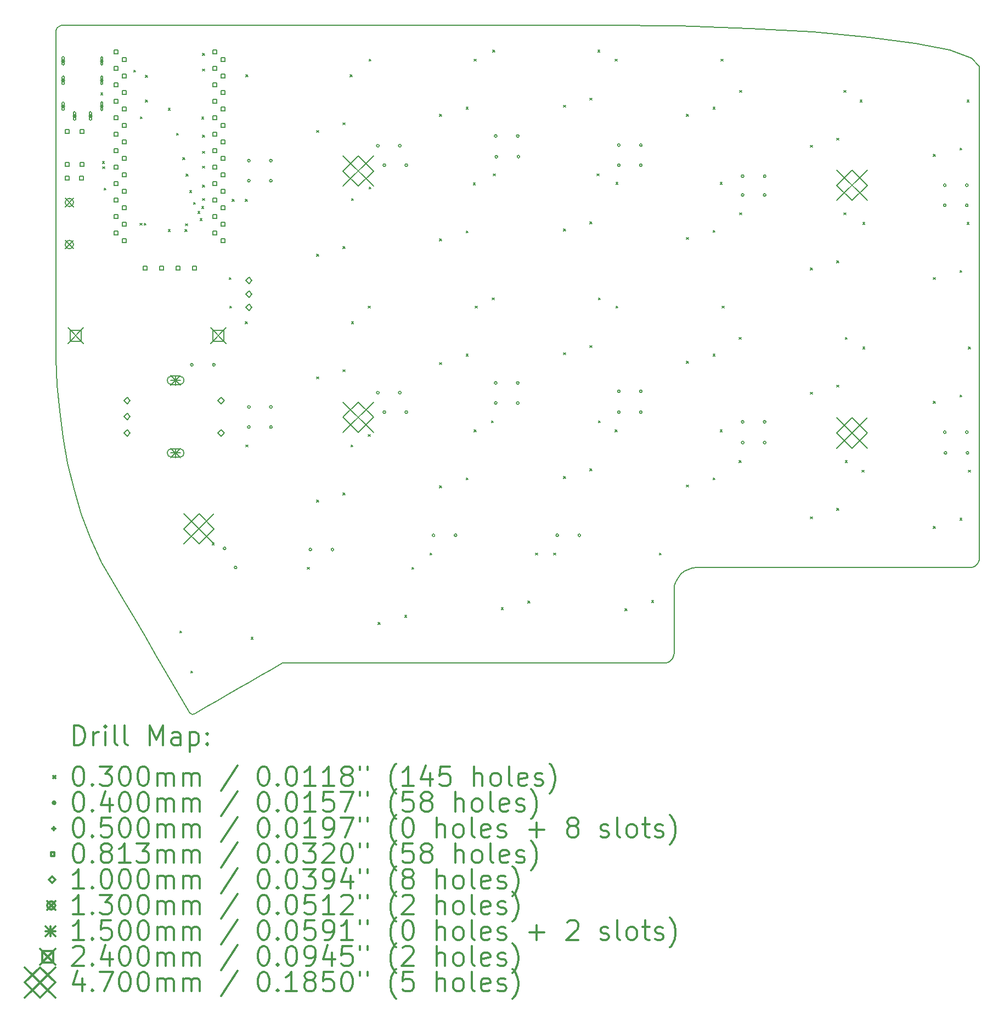
<source format=gbr>
%FSLAX45Y45*%
G04 Gerber Fmt 4.5, Leading zero omitted, Abs format (unit mm)*
G04 Created by KiCad (PCBNEW (5.1.12)-1) date 2021-12-11 09:13:44*
%MOMM*%
%LPD*%
G01*
G04 APERTURE LIST*
%TA.AperFunction,Profile*%
%ADD10C,0.200000*%
%TD*%
%ADD11C,0.200000*%
%ADD12C,0.300000*%
G04 APERTURE END LIST*
D10*
X11618662Y-13648078D02*
X11786231Y-13551064D01*
X11451092Y-13745092D02*
X11618662Y-13648078D01*
X8293753Y-5075063D02*
X8293753Y-4444370D01*
X8293753Y-5705756D02*
X8293753Y-5075063D01*
X11521171Y-3708676D02*
X10480388Y-3708676D01*
X21869242Y-12078973D02*
X22396000Y-12078973D01*
X21342484Y-12078973D02*
X21869242Y-12078973D01*
X20815726Y-12078973D02*
X21342484Y-12078973D01*
X20288967Y-12078973D02*
X20815726Y-12078973D01*
X19762209Y-12078973D02*
X20288967Y-12078973D01*
X19235451Y-12078973D02*
X19762209Y-12078973D01*
X18708693Y-12078973D02*
X19235451Y-12078973D01*
X18181935Y-12078973D02*
X18708693Y-12078973D01*
X18111352Y-12086078D02*
X18181935Y-12078973D01*
X18045633Y-12106456D02*
X18111352Y-12086078D01*
X17986177Y-12138706D02*
X18045633Y-12106456D01*
X17934388Y-12181427D02*
X17986177Y-12138706D01*
X17891668Y-12233216D02*
X17934388Y-12181427D01*
X17859417Y-12292671D02*
X17891668Y-12233216D01*
X17839039Y-12358391D02*
X17859417Y-12292671D01*
X17831935Y-12428973D02*
X17839039Y-12358391D01*
X19980765Y-3817049D02*
X18991954Y-3758537D01*
X20842076Y-3894556D02*
X19980765Y-3817049D01*
X21552570Y-3988516D02*
X20842076Y-3894556D01*
X22088932Y-4096385D02*
X21552570Y-3988516D01*
X17898956Y-3721565D02*
X16725088Y-3708676D01*
X18991954Y-3758537D02*
X17898956Y-3721565D01*
X17765831Y-13525566D02*
X17740350Y-13539388D01*
X17788026Y-13507257D02*
X17765831Y-13525566D01*
X17806335Y-13485062D02*
X17788026Y-13507257D01*
X17820157Y-13459581D02*
X17806335Y-13485062D01*
X17828890Y-13431415D02*
X17820157Y-13459581D01*
X17831935Y-13401166D02*
X17828890Y-13431415D01*
X22546000Y-5291838D02*
X22546000Y-6240000D01*
X22546000Y-4343676D02*
X22546000Y-5291838D01*
X8293753Y-6967143D02*
X8293753Y-6336449D01*
X8293753Y-7597836D02*
X8293753Y-6967143D01*
X8293753Y-8228530D02*
X8293753Y-7597836D01*
X8293753Y-8859223D02*
X8293753Y-8228530D01*
X10480388Y-3708676D02*
X9439604Y-3708676D01*
X12561954Y-3708676D02*
X11521171Y-3708676D01*
X13602738Y-3708676D02*
X12561954Y-3708676D01*
X14643521Y-3708676D02*
X13602738Y-3708676D01*
X15684305Y-3708676D02*
X14643521Y-3708676D01*
X16725088Y-3708676D02*
X15684305Y-3708676D01*
X8340094Y-3726596D02*
X8357930Y-3716921D01*
X8324557Y-3739412D02*
X8340094Y-3726596D01*
X8311741Y-3754949D02*
X8324557Y-3739412D01*
X8302066Y-3772785D02*
X8311741Y-3754949D01*
X8295952Y-3792501D02*
X8302066Y-3772785D01*
X8293821Y-3813676D02*
X8295952Y-3792501D01*
X8377646Y-3710807D02*
X8398821Y-3708676D01*
X8357930Y-3716921D02*
X8377646Y-3710807D01*
X9439604Y-3708676D02*
X8398821Y-3708676D01*
X8293753Y-6336449D02*
X8293753Y-5705756D01*
X8293753Y-4444370D02*
X8293753Y-3813676D01*
X8829176Y-11631807D02*
X8999333Y-11998954D01*
X8686311Y-11253067D02*
X8829176Y-11631807D01*
X8568800Y-10864913D02*
X8686311Y-11253067D01*
X8474708Y-10469525D02*
X8568800Y-10864913D01*
X8402097Y-10069083D02*
X8474708Y-10469525D01*
X8349030Y-9665766D02*
X8402097Y-10069083D01*
X8313569Y-9261756D02*
X8349030Y-9665766D01*
X8293778Y-8859232D02*
X8313569Y-9261756D01*
X10428886Y-14335728D02*
X10445676Y-14327176D01*
X10413021Y-14340447D02*
X10428886Y-14335728D01*
X10398125Y-14341397D02*
X10413021Y-14340447D01*
X10384247Y-14338644D02*
X10398125Y-14341397D01*
X10371433Y-14332253D02*
X10384247Y-14338644D01*
X10359730Y-14322288D02*
X10371433Y-14332253D01*
X10349184Y-14308815D02*
X10359730Y-14322288D01*
X10339843Y-14291898D02*
X10349184Y-14308815D01*
X11283523Y-13842106D02*
X11451092Y-13745092D01*
X11115954Y-13939120D02*
X11283523Y-13842106D01*
X10948384Y-14036134D02*
X11115954Y-13939120D01*
X10780815Y-14133148D02*
X10948384Y-14036134D01*
X10613245Y-14230162D02*
X10780815Y-14133148D01*
X10445676Y-14327176D02*
X10613245Y-14230162D01*
X10172273Y-14005266D02*
X10339843Y-14291898D01*
X10004704Y-13718634D02*
X10172273Y-14005266D01*
X9837134Y-13432002D02*
X10004704Y-13718634D01*
X9669565Y-13145370D02*
X9837134Y-13432002D01*
X9501995Y-12858738D02*
X9669565Y-13145370D01*
X9334426Y-12572106D02*
X9501995Y-12858738D01*
X9166856Y-12285474D02*
X9334426Y-12572106D01*
X8999287Y-11998842D02*
X9166856Y-12285474D01*
X16944983Y-13551166D02*
X17681935Y-13551166D01*
X16208030Y-13551166D02*
X16944983Y-13551166D01*
X15471078Y-13551166D02*
X16208030Y-13551166D01*
X14734126Y-13551166D02*
X15471078Y-13551166D01*
X13997174Y-13551166D02*
X14734126Y-13551166D01*
X13260222Y-13551166D02*
X13997174Y-13551166D01*
X12523269Y-13551166D02*
X13260222Y-13551166D01*
X11786317Y-13551166D02*
X12523269Y-13551166D01*
X17831935Y-13281601D02*
X17831935Y-13401166D01*
X17831935Y-13159797D02*
X17831935Y-13281601D01*
X17831935Y-13037993D02*
X17831935Y-13159797D01*
X17831935Y-12916189D02*
X17831935Y-13037993D01*
X17831935Y-12794385D02*
X17831935Y-12916189D01*
X17831935Y-12672581D02*
X17831935Y-12794385D01*
X17831935Y-12550777D02*
X17831935Y-12672581D01*
X17831935Y-12428973D02*
X17831935Y-12550777D01*
X17712184Y-13548121D02*
X17681935Y-13551166D01*
X17740350Y-13539388D02*
X17712184Y-13548121D01*
X22427847Y-4215619D02*
X22088932Y-4096385D01*
X22546000Y-4343676D02*
X22427847Y-4215619D01*
X22426249Y-12075929D02*
X22396000Y-12078973D01*
X22454415Y-12067195D02*
X22426249Y-12075929D01*
X22479896Y-12053374D02*
X22454415Y-12067195D01*
X22502091Y-12035065D02*
X22479896Y-12053374D01*
X22520400Y-12012870D02*
X22502091Y-12035065D01*
X22534222Y-11987389D02*
X22520400Y-12012870D01*
X22542955Y-11959223D02*
X22534222Y-11987389D01*
X22546000Y-11928973D02*
X22542955Y-11959223D01*
X22546000Y-10980811D02*
X22546000Y-11928973D01*
X22546000Y-10032649D02*
X22546000Y-10980811D01*
X22546000Y-9084487D02*
X22546000Y-10032649D01*
X22546000Y-8136324D02*
X22546000Y-9084487D01*
X22546000Y-7188162D02*
X22546000Y-8136324D01*
X22546000Y-6240000D02*
X22546000Y-7188162D01*
D11*
X8985000Y-4755000D02*
X9015000Y-4785000D01*
X9015000Y-4755000D02*
X8985000Y-4785000D01*
X9012499Y-5813486D02*
X9042499Y-5843486D01*
X9042499Y-5813486D02*
X9012499Y-5843486D01*
X9015000Y-5895000D02*
X9045000Y-5925000D01*
X9045000Y-5895000D02*
X9015000Y-5925000D01*
X9035000Y-6225000D02*
X9065000Y-6255000D01*
X9065000Y-6225000D02*
X9035000Y-6255000D01*
X9495000Y-4405000D02*
X9525000Y-4435000D01*
X9525000Y-4405000D02*
X9495000Y-4435000D01*
X9590000Y-6765585D02*
X9620000Y-6795585D01*
X9620000Y-6765585D02*
X9590000Y-6795585D01*
X9595000Y-5124000D02*
X9625000Y-5154000D01*
X9625000Y-5124000D02*
X9595000Y-5154000D01*
X9655000Y-6765000D02*
X9685000Y-6795000D01*
X9685000Y-6765000D02*
X9655000Y-6795000D01*
X9675000Y-4481575D02*
X9705000Y-4511575D01*
X9705000Y-4481575D02*
X9675000Y-4511575D01*
X9675000Y-4865000D02*
X9705000Y-4895000D01*
X9705000Y-4865000D02*
X9675000Y-4895000D01*
X10025000Y-4989575D02*
X10055000Y-5019575D01*
X10055000Y-4989575D02*
X10025000Y-5019575D01*
X10025001Y-6865000D02*
X10055001Y-6895000D01*
X10055001Y-6865000D02*
X10025001Y-6895000D01*
X10155000Y-5378000D02*
X10185000Y-5408000D01*
X10185000Y-5378000D02*
X10155000Y-5408000D01*
X10205000Y-13055000D02*
X10235000Y-13085000D01*
X10235000Y-13055000D02*
X10205000Y-13085000D01*
X10252500Y-5751574D02*
X10282500Y-5781574D01*
X10282500Y-5751574D02*
X10252500Y-5781574D01*
X10285000Y-6865000D02*
X10315000Y-6895000D01*
X10315000Y-6865000D02*
X10285000Y-6895000D01*
X10295000Y-6775000D02*
X10325000Y-6805000D01*
X10325000Y-6775000D02*
X10295000Y-6805000D01*
X10302500Y-6005574D02*
X10332500Y-6035574D01*
X10332500Y-6005574D02*
X10302500Y-6035574D01*
X10355000Y-6259574D02*
X10385000Y-6289574D01*
X10385000Y-6259574D02*
X10355000Y-6289574D01*
X10375000Y-13675000D02*
X10405000Y-13705000D01*
X10405000Y-13675000D02*
X10375000Y-13705000D01*
X10415000Y-6442500D02*
X10445000Y-6472500D01*
X10445000Y-6442500D02*
X10415000Y-6472500D01*
X10485000Y-6585000D02*
X10515000Y-6615000D01*
X10515000Y-6585000D02*
X10485000Y-6615000D01*
X10517783Y-6692217D02*
X10547783Y-6722217D01*
X10547783Y-6692217D02*
X10517783Y-6722217D01*
X10545000Y-5125000D02*
X10575000Y-5155000D01*
X10575000Y-5125000D02*
X10545000Y-5155000D01*
X10545000Y-6505000D02*
X10575000Y-6535000D01*
X10575000Y-6505000D02*
X10545000Y-6535000D01*
X10554999Y-5655000D02*
X10584999Y-5685000D01*
X10584999Y-5655000D02*
X10554999Y-5685000D01*
X10555000Y-4385000D02*
X10585000Y-4415000D01*
X10585000Y-4385000D02*
X10555000Y-4415000D01*
X10555000Y-5885000D02*
X10585000Y-5915000D01*
X10585000Y-5885000D02*
X10555000Y-5915000D01*
X10555000Y-6175000D02*
X10585000Y-6205000D01*
X10585000Y-6175000D02*
X10555000Y-6205000D01*
X10555000Y-6385000D02*
X10585000Y-6415000D01*
X10585000Y-6385000D02*
X10555000Y-6415000D01*
X10555001Y-4145000D02*
X10585001Y-4175000D01*
X10585001Y-4145000D02*
X10555001Y-4175000D01*
X10555002Y-5405000D02*
X10585002Y-5435000D01*
X10585002Y-5405000D02*
X10555002Y-5435000D01*
X10705000Y-11695000D02*
X10735000Y-11725000D01*
X10735000Y-11695000D02*
X10705000Y-11725000D01*
X10965000Y-7605000D02*
X10995000Y-7635000D01*
X10995000Y-7605000D02*
X10965000Y-7635000D01*
X10975000Y-8045000D02*
X11005000Y-8075000D01*
X11005000Y-8045000D02*
X10975000Y-8075000D01*
X11015000Y-6395000D02*
X11045000Y-6425000D01*
X11045000Y-6395000D02*
X11015000Y-6425000D01*
X11215000Y-6395000D02*
X11245000Y-6425000D01*
X11245000Y-6395000D02*
X11215000Y-6425000D01*
X11215000Y-8285000D02*
X11245000Y-8315000D01*
X11245000Y-8285000D02*
X11215000Y-8315000D01*
X11224999Y-4475000D02*
X11254999Y-4505000D01*
X11254999Y-4475000D02*
X11224999Y-4505000D01*
X11225000Y-10184999D02*
X11255000Y-10214999D01*
X11255000Y-10184999D02*
X11225000Y-10214999D01*
X11305000Y-13155000D02*
X11335000Y-13185000D01*
X11335000Y-13155000D02*
X11305000Y-13185000D01*
X12175000Y-12075000D02*
X12205000Y-12105000D01*
X12205000Y-12075000D02*
X12175000Y-12105000D01*
X12314999Y-5335000D02*
X12344999Y-5365000D01*
X12344999Y-5335000D02*
X12314999Y-5365000D01*
X12315000Y-9135001D02*
X12345000Y-9165001D01*
X12345000Y-9135001D02*
X12315000Y-9165001D01*
X12315000Y-11034999D02*
X12345000Y-11064999D01*
X12345000Y-11034999D02*
X12315000Y-11064999D01*
X12315001Y-7245000D02*
X12345001Y-7275000D01*
X12345001Y-7245000D02*
X12315001Y-7275000D01*
X12725000Y-5215000D02*
X12755000Y-5245000D01*
X12755000Y-5215000D02*
X12725000Y-5245000D01*
X12725000Y-7125000D02*
X12755000Y-7155000D01*
X12755000Y-7125000D02*
X12725000Y-7155000D01*
X12725000Y-9025000D02*
X12755000Y-9055000D01*
X12755000Y-9025000D02*
X12725000Y-9055000D01*
X12725000Y-10925000D02*
X12755000Y-10955000D01*
X12755000Y-10925000D02*
X12725000Y-10955000D01*
X12835000Y-4475000D02*
X12865000Y-4505000D01*
X12865000Y-4475000D02*
X12835000Y-4505000D01*
X12845000Y-10185000D02*
X12875000Y-10215000D01*
X12875000Y-10185000D02*
X12845000Y-10215000D01*
X12855000Y-6385000D02*
X12885000Y-6415000D01*
X12885000Y-6385000D02*
X12855000Y-6415000D01*
X12855000Y-8285000D02*
X12885000Y-8315000D01*
X12885000Y-8285000D02*
X12855000Y-8315000D01*
X13115000Y-8045000D02*
X13145000Y-8075000D01*
X13145000Y-8045000D02*
X13115000Y-8075000D01*
X13115000Y-10025000D02*
X13145000Y-10055000D01*
X13145000Y-10025000D02*
X13115000Y-10055000D01*
X13125000Y-4235000D02*
X13155000Y-4265000D01*
X13155000Y-4235000D02*
X13125000Y-4265000D01*
X13125000Y-6205000D02*
X13155000Y-6235000D01*
X13155000Y-6205000D02*
X13125000Y-6235000D01*
X13265001Y-12925000D02*
X13295001Y-12955000D01*
X13295001Y-12925000D02*
X13265001Y-12955000D01*
X13675000Y-12815000D02*
X13705000Y-12845000D01*
X13705000Y-12815000D02*
X13675000Y-12845000D01*
X13785000Y-12075000D02*
X13815000Y-12105000D01*
X13815000Y-12075000D02*
X13785000Y-12105000D01*
X14065000Y-11855000D02*
X14095000Y-11885000D01*
X14095000Y-11855000D02*
X14065000Y-11885000D01*
X14214999Y-8915000D02*
X14244999Y-8945000D01*
X14244999Y-8915000D02*
X14214999Y-8945000D01*
X14215000Y-5084999D02*
X14245000Y-5114999D01*
X14245000Y-5084999D02*
X14215000Y-5114999D01*
X14215000Y-10815001D02*
X14245000Y-10845001D01*
X14245000Y-10815001D02*
X14215000Y-10845001D01*
X14215001Y-7005000D02*
X14245001Y-7035000D01*
X14245001Y-7005000D02*
X14215001Y-7035000D01*
X14625000Y-4975000D02*
X14655000Y-5005000D01*
X14655000Y-4975000D02*
X14625000Y-5005000D01*
X14625000Y-6885000D02*
X14655000Y-6915000D01*
X14655000Y-6885000D02*
X14625000Y-6915000D01*
X14625000Y-8785000D02*
X14655000Y-8815000D01*
X14655000Y-8785000D02*
X14625000Y-8815000D01*
X14625000Y-10695000D02*
X14655000Y-10725000D01*
X14655000Y-10695000D02*
X14625000Y-10725000D01*
X14735000Y-6145000D02*
X14765000Y-6175000D01*
X14765000Y-6145000D02*
X14735000Y-6175000D01*
X14745000Y-4235000D02*
X14775000Y-4265000D01*
X14775000Y-4235000D02*
X14745000Y-4265000D01*
X14745000Y-9955000D02*
X14775000Y-9985000D01*
X14775000Y-9955000D02*
X14745000Y-9985000D01*
X14765000Y-8045000D02*
X14795000Y-8075000D01*
X14795000Y-8045000D02*
X14765000Y-8075000D01*
X15015000Y-9815000D02*
X15045000Y-9845000D01*
X15045000Y-9815000D02*
X15015000Y-9845000D01*
X15025000Y-7915000D02*
X15055000Y-7945000D01*
X15055000Y-7915000D02*
X15025000Y-7945000D01*
X15035000Y-4095000D02*
X15065000Y-4125000D01*
X15065000Y-4095000D02*
X15035000Y-4125000D01*
X15045000Y-6005000D02*
X15075000Y-6035000D01*
X15075000Y-6005000D02*
X15045000Y-6035000D01*
X15165000Y-12695000D02*
X15195000Y-12725000D01*
X15195000Y-12695000D02*
X15165000Y-12725000D01*
X15575000Y-12595000D02*
X15605000Y-12625000D01*
X15605000Y-12595000D02*
X15575000Y-12625000D01*
X15695000Y-11855000D02*
X15725000Y-11885000D01*
X15725000Y-11855000D02*
X15695000Y-11885000D01*
X15975000Y-11855000D02*
X16005000Y-11885000D01*
X16005000Y-11855000D02*
X15975000Y-11885000D01*
X16124999Y-6855000D02*
X16154999Y-6885000D01*
X16154999Y-6855000D02*
X16124999Y-6885000D01*
X16125000Y-4945000D02*
X16155000Y-4975000D01*
X16155000Y-4945000D02*
X16125000Y-4975000D01*
X16125000Y-8764999D02*
X16155000Y-8794999D01*
X16155000Y-8764999D02*
X16125000Y-8794999D01*
X16125000Y-10675000D02*
X16155000Y-10705000D01*
X16155000Y-10675000D02*
X16125000Y-10705000D01*
X16535000Y-4835000D02*
X16565000Y-4865000D01*
X16565000Y-4835000D02*
X16535000Y-4865000D01*
X16535000Y-6745000D02*
X16565000Y-6775000D01*
X16565000Y-6745000D02*
X16535000Y-6775000D01*
X16535000Y-8655000D02*
X16565000Y-8685000D01*
X16565000Y-8655000D02*
X16535000Y-8685000D01*
X16535000Y-10555000D02*
X16565000Y-10585000D01*
X16565000Y-10555000D02*
X16535000Y-10585000D01*
X16645000Y-6005000D02*
X16675000Y-6035000D01*
X16675000Y-6005000D02*
X16645000Y-6035000D01*
X16655000Y-4095000D02*
X16685000Y-4125000D01*
X16685000Y-4095000D02*
X16655000Y-4125000D01*
X16665000Y-7915000D02*
X16695000Y-7945000D01*
X16695000Y-7915000D02*
X16665000Y-7945000D01*
X16665000Y-9815000D02*
X16695000Y-9845000D01*
X16695000Y-9815000D02*
X16665000Y-9845000D01*
X16925000Y-4235000D02*
X16955000Y-4265000D01*
X16955000Y-4235000D02*
X16925000Y-4265000D01*
X16925000Y-9955000D02*
X16955000Y-9985000D01*
X16955000Y-9955000D02*
X16925000Y-9985000D01*
X16935000Y-6135000D02*
X16965000Y-6165000D01*
X16965000Y-6135000D02*
X16935000Y-6165000D01*
X16935000Y-8045000D02*
X16965000Y-8075000D01*
X16965000Y-8045000D02*
X16935000Y-8075000D01*
X17075001Y-12715000D02*
X17105001Y-12745000D01*
X17105001Y-12715000D02*
X17075001Y-12745000D01*
X17485000Y-12585000D02*
X17515000Y-12615000D01*
X17515000Y-12585000D02*
X17485000Y-12615000D01*
X17605000Y-11855000D02*
X17635000Y-11885000D01*
X17635000Y-11855000D02*
X17605000Y-11885000D01*
X18024999Y-10805000D02*
X18054999Y-10835000D01*
X18054999Y-10805000D02*
X18024999Y-10835000D01*
X18025000Y-5085000D02*
X18055000Y-5115000D01*
X18055000Y-5085000D02*
X18025000Y-5115000D01*
X18025000Y-6985001D02*
X18055000Y-7015001D01*
X18055000Y-6985001D02*
X18025000Y-7015001D01*
X18025000Y-8895000D02*
X18055000Y-8925000D01*
X18055000Y-8895000D02*
X18025000Y-8925000D01*
X18435000Y-4975000D02*
X18465000Y-5005000D01*
X18465000Y-4975000D02*
X18435000Y-5005000D01*
X18435000Y-6875000D02*
X18465000Y-6905000D01*
X18465000Y-6875000D02*
X18435000Y-6905000D01*
X18435000Y-8785000D02*
X18465000Y-8815000D01*
X18465000Y-8785000D02*
X18435000Y-8815000D01*
X18435000Y-10695000D02*
X18465000Y-10725000D01*
X18465000Y-10695000D02*
X18435000Y-10725000D01*
X18545000Y-6135000D02*
X18575000Y-6165000D01*
X18575000Y-6135000D02*
X18545000Y-6165000D01*
X18545000Y-9955000D02*
X18575000Y-9985000D01*
X18575000Y-9955000D02*
X18545000Y-9985000D01*
X18555000Y-4235000D02*
X18585000Y-4265000D01*
X18585000Y-4235000D02*
X18555000Y-4265000D01*
X18575000Y-8045000D02*
X18605000Y-8075000D01*
X18605000Y-8045000D02*
X18575000Y-8075000D01*
X18835000Y-8525000D02*
X18865000Y-8555000D01*
X18865000Y-8525000D02*
X18835000Y-8555000D01*
X18835000Y-10425000D02*
X18865000Y-10455000D01*
X18865000Y-10425000D02*
X18835000Y-10455000D01*
X18845000Y-4715000D02*
X18875000Y-4745000D01*
X18875000Y-4715000D02*
X18845000Y-4745000D01*
X18845000Y-6605000D02*
X18875000Y-6635000D01*
X18875000Y-6605000D02*
X18845000Y-6635000D01*
X19934999Y-5565000D02*
X19964999Y-5595000D01*
X19964999Y-5565000D02*
X19934999Y-5595000D01*
X19935000Y-9375000D02*
X19965000Y-9405000D01*
X19965000Y-9375000D02*
X19935000Y-9405000D01*
X19935000Y-7455000D02*
X19965000Y-7485000D01*
X19965000Y-7455000D02*
X19935000Y-7485000D01*
X19935001Y-11295000D02*
X19965001Y-11325000D01*
X19965001Y-11295000D02*
X19935001Y-11325000D01*
X20345000Y-5455000D02*
X20375000Y-5485000D01*
X20375000Y-5455000D02*
X20345000Y-5485000D01*
X20345000Y-7345000D02*
X20375000Y-7375000D01*
X20375000Y-7345000D02*
X20345000Y-7375000D01*
X20345000Y-9265000D02*
X20375000Y-9295000D01*
X20375000Y-9265000D02*
X20345000Y-9295000D01*
X20345000Y-11165000D02*
X20375000Y-11195000D01*
X20375000Y-11165000D02*
X20345000Y-11195000D01*
X20455000Y-4715000D02*
X20485000Y-4745000D01*
X20485000Y-4715000D02*
X20455000Y-4745000D01*
X20455000Y-6605000D02*
X20485000Y-6635000D01*
X20485000Y-6605000D02*
X20455000Y-6635000D01*
X20475000Y-8525000D02*
X20505000Y-8555000D01*
X20505000Y-8525000D02*
X20475000Y-8555000D01*
X20475000Y-10425000D02*
X20505000Y-10455000D01*
X20505000Y-10425000D02*
X20475000Y-10455000D01*
X20705000Y-4865000D02*
X20735000Y-4895000D01*
X20735000Y-4865000D02*
X20705000Y-4895000D01*
X20735000Y-10575000D02*
X20765000Y-10605000D01*
X20765000Y-10575000D02*
X20735000Y-10605000D01*
X20745000Y-6755000D02*
X20775000Y-6785000D01*
X20775000Y-6755000D02*
X20745000Y-6785000D01*
X20745001Y-8675000D02*
X20775001Y-8705000D01*
X20775001Y-8675000D02*
X20745001Y-8705000D01*
X21835000Y-5704999D02*
X21865000Y-5734999D01*
X21865000Y-5704999D02*
X21835000Y-5734999D01*
X21835000Y-7605000D02*
X21865000Y-7635000D01*
X21865000Y-7605000D02*
X21835000Y-7635000D01*
X21835000Y-9515000D02*
X21865000Y-9545000D01*
X21865000Y-9515000D02*
X21835000Y-9545000D01*
X21835000Y-11444999D02*
X21865000Y-11474999D01*
X21865000Y-11444999D02*
X21835000Y-11474999D01*
X22245000Y-5605000D02*
X22275000Y-5635000D01*
X22275000Y-5605000D02*
X22245000Y-5635000D01*
X22245000Y-7495000D02*
X22275000Y-7525000D01*
X22275000Y-7495000D02*
X22245000Y-7525000D01*
X22245000Y-9415000D02*
X22275000Y-9445000D01*
X22275000Y-9415000D02*
X22245000Y-9445000D01*
X22245000Y-11315000D02*
X22275000Y-11345000D01*
X22275000Y-11315000D02*
X22245000Y-11345000D01*
X22355000Y-4865000D02*
X22385000Y-4895000D01*
X22385000Y-4865000D02*
X22355000Y-4895000D01*
X22355000Y-6755000D02*
X22385000Y-6785000D01*
X22385000Y-6755000D02*
X22355000Y-6785000D01*
X22375000Y-8675000D02*
X22405000Y-8705000D01*
X22405000Y-8675000D02*
X22375000Y-8705000D01*
X22375000Y-10575000D02*
X22405000Y-10605000D01*
X22405000Y-10575000D02*
X22375000Y-10605000D01*
X10410000Y-8950000D02*
G75*
G03*
X10410000Y-8950000I-20000J0D01*
G01*
X10750000Y-8950000D02*
G75*
G03*
X10750000Y-8950000I-20000J0D01*
G01*
X10915000Y-11782776D02*
G75*
G03*
X10915000Y-11782776I-20000J0D01*
G01*
X11085000Y-12077224D02*
G75*
G03*
X11085000Y-12077224I-20000J0D01*
G01*
X11290000Y-5800000D02*
G75*
G03*
X11290000Y-5800000I-20000J0D01*
G01*
X11290000Y-6110000D02*
G75*
G03*
X11290000Y-6110000I-20000J0D01*
G01*
X11290000Y-9600000D02*
G75*
G03*
X11290000Y-9600000I-20000J0D01*
G01*
X11290000Y-9910000D02*
G75*
G03*
X11290000Y-9910000I-20000J0D01*
G01*
X11630000Y-5800000D02*
G75*
G03*
X11630000Y-5800000I-20000J0D01*
G01*
X11630000Y-6110000D02*
G75*
G03*
X11630000Y-6110000I-20000J0D01*
G01*
X11630000Y-9600000D02*
G75*
G03*
X11630000Y-9600000I-20000J0D01*
G01*
X11630000Y-9910000D02*
G75*
G03*
X11630000Y-9910000I-20000J0D01*
G01*
X12240000Y-11800000D02*
G75*
G03*
X12240000Y-11800000I-20000J0D01*
G01*
X12580000Y-11800000D02*
G75*
G03*
X12580000Y-11800000I-20000J0D01*
G01*
X13280000Y-5570000D02*
G75*
G03*
X13280000Y-5570000I-20000J0D01*
G01*
X13280000Y-9380000D02*
G75*
G03*
X13280000Y-9380000I-20000J0D01*
G01*
X13380000Y-5870000D02*
G75*
G03*
X13380000Y-5870000I-20000J0D01*
G01*
X13380000Y-9680000D02*
G75*
G03*
X13380000Y-9680000I-20000J0D01*
G01*
X13620000Y-5570000D02*
G75*
G03*
X13620000Y-5570000I-20000J0D01*
G01*
X13620000Y-9380000D02*
G75*
G03*
X13620000Y-9380000I-20000J0D01*
G01*
X13720000Y-5870000D02*
G75*
G03*
X13720000Y-5870000I-20000J0D01*
G01*
X13720000Y-9680000D02*
G75*
G03*
X13720000Y-9680000I-20000J0D01*
G01*
X14140000Y-11580000D02*
G75*
G03*
X14140000Y-11580000I-20000J0D01*
G01*
X14480000Y-11580000D02*
G75*
G03*
X14480000Y-11580000I-20000J0D01*
G01*
X15100000Y-5420000D02*
G75*
G03*
X15100000Y-5420000I-20000J0D01*
G01*
X15100000Y-9230000D02*
G75*
G03*
X15100000Y-9230000I-20000J0D01*
G01*
X15100000Y-9540000D02*
G75*
G03*
X15100000Y-9540000I-20000J0D01*
G01*
X15110000Y-5740000D02*
G75*
G03*
X15110000Y-5740000I-20000J0D01*
G01*
X15440000Y-5420000D02*
G75*
G03*
X15440000Y-5420000I-20000J0D01*
G01*
X15440000Y-9230000D02*
G75*
G03*
X15440000Y-9230000I-20000J0D01*
G01*
X15440000Y-9540000D02*
G75*
G03*
X15440000Y-9540000I-20000J0D01*
G01*
X15450000Y-5740000D02*
G75*
G03*
X15450000Y-5740000I-20000J0D01*
G01*
X16050000Y-11580000D02*
G75*
G03*
X16050000Y-11580000I-20000J0D01*
G01*
X16390000Y-11580000D02*
G75*
G03*
X16390000Y-11580000I-20000J0D01*
G01*
X17000000Y-5560000D02*
G75*
G03*
X17000000Y-5560000I-20000J0D01*
G01*
X17000000Y-5870000D02*
G75*
G03*
X17000000Y-5870000I-20000J0D01*
G01*
X17000000Y-9360000D02*
G75*
G03*
X17000000Y-9360000I-20000J0D01*
G01*
X17000000Y-9680000D02*
G75*
G03*
X17000000Y-9680000I-20000J0D01*
G01*
X17340000Y-5560000D02*
G75*
G03*
X17340000Y-5560000I-20000J0D01*
G01*
X17340000Y-5870000D02*
G75*
G03*
X17340000Y-5870000I-20000J0D01*
G01*
X17340000Y-9360000D02*
G75*
G03*
X17340000Y-9360000I-20000J0D01*
G01*
X17340000Y-9680000D02*
G75*
G03*
X17340000Y-9680000I-20000J0D01*
G01*
X18910000Y-6040000D02*
G75*
G03*
X18910000Y-6040000I-20000J0D01*
G01*
X18910000Y-6330000D02*
G75*
G03*
X18910000Y-6330000I-20000J0D01*
G01*
X18910000Y-9830000D02*
G75*
G03*
X18910000Y-9830000I-20000J0D01*
G01*
X18910000Y-10150000D02*
G75*
G03*
X18910000Y-10150000I-20000J0D01*
G01*
X19250000Y-6040000D02*
G75*
G03*
X19250000Y-6040000I-20000J0D01*
G01*
X19250000Y-6330000D02*
G75*
G03*
X19250000Y-6330000I-20000J0D01*
G01*
X19250000Y-9830000D02*
G75*
G03*
X19250000Y-9830000I-20000J0D01*
G01*
X19250000Y-10150000D02*
G75*
G03*
X19250000Y-10150000I-20000J0D01*
G01*
X22030000Y-6180000D02*
G75*
G03*
X22030000Y-6180000I-20000J0D01*
G01*
X22030000Y-6490000D02*
G75*
G03*
X22030000Y-6490000I-20000J0D01*
G01*
X22030000Y-9990000D02*
G75*
G03*
X22030000Y-9990000I-20000J0D01*
G01*
X22040000Y-10310000D02*
G75*
G03*
X22040000Y-10310000I-20000J0D01*
G01*
X22370000Y-6180000D02*
G75*
G03*
X22370000Y-6180000I-20000J0D01*
G01*
X22370000Y-6490000D02*
G75*
G03*
X22370000Y-6490000I-20000J0D01*
G01*
X22370000Y-9990000D02*
G75*
G03*
X22370000Y-9990000I-20000J0D01*
G01*
X22380000Y-10310000D02*
G75*
G03*
X22380000Y-10310000I-20000J0D01*
G01*
X8405000Y-4235000D02*
X8405000Y-4285000D01*
X8380000Y-4260000D02*
X8430000Y-4260000D01*
X8390000Y-4205000D02*
X8390000Y-4315000D01*
X8420000Y-4205000D02*
X8420000Y-4315000D01*
X8390000Y-4315000D02*
G75*
G03*
X8420000Y-4315000I15000J0D01*
G01*
X8420000Y-4205000D02*
G75*
G03*
X8390000Y-4205000I-15000J0D01*
G01*
X8405000Y-4535000D02*
X8405000Y-4585000D01*
X8380000Y-4560000D02*
X8430000Y-4560000D01*
X8390000Y-4505000D02*
X8390000Y-4615000D01*
X8420000Y-4505000D02*
X8420000Y-4615000D01*
X8390000Y-4615000D02*
G75*
G03*
X8420000Y-4615000I15000J0D01*
G01*
X8420000Y-4505000D02*
G75*
G03*
X8390000Y-4505000I-15000J0D01*
G01*
X8405000Y-4935000D02*
X8405000Y-4985000D01*
X8380000Y-4960000D02*
X8430000Y-4960000D01*
X8390000Y-4905000D02*
X8390000Y-5015000D01*
X8420000Y-4905000D02*
X8420000Y-5015000D01*
X8390000Y-5015000D02*
G75*
G03*
X8420000Y-5015000I15000J0D01*
G01*
X8420000Y-4905000D02*
G75*
G03*
X8390000Y-4905000I-15000J0D01*
G01*
X8580000Y-5085000D02*
X8580000Y-5135000D01*
X8555000Y-5110000D02*
X8605000Y-5110000D01*
X8565000Y-5055000D02*
X8565000Y-5165000D01*
X8595000Y-5055000D02*
X8595000Y-5165000D01*
X8565000Y-5165000D02*
G75*
G03*
X8595000Y-5165000I15000J0D01*
G01*
X8595000Y-5055000D02*
G75*
G03*
X8565000Y-5055000I-15000J0D01*
G01*
X8825000Y-5085000D02*
X8825000Y-5135000D01*
X8800000Y-5110000D02*
X8850000Y-5110000D01*
X8810000Y-5055000D02*
X8810000Y-5165000D01*
X8840000Y-5055000D02*
X8840000Y-5165000D01*
X8810000Y-5165000D02*
G75*
G03*
X8840000Y-5165000I15000J0D01*
G01*
X8840000Y-5055000D02*
G75*
G03*
X8810000Y-5055000I-15000J0D01*
G01*
X9000000Y-4235000D02*
X9000000Y-4285000D01*
X8975000Y-4260000D02*
X9025000Y-4260000D01*
X8985000Y-4205000D02*
X8985000Y-4315000D01*
X9015000Y-4205000D02*
X9015000Y-4315000D01*
X8985000Y-4315000D02*
G75*
G03*
X9015000Y-4315000I15000J0D01*
G01*
X9015000Y-4205000D02*
G75*
G03*
X8985000Y-4205000I-15000J0D01*
G01*
X9000000Y-4535000D02*
X9000000Y-4585000D01*
X8975000Y-4560000D02*
X9025000Y-4560000D01*
X8985000Y-4505000D02*
X8985000Y-4615000D01*
X9015000Y-4505000D02*
X9015000Y-4615000D01*
X8985000Y-4615000D02*
G75*
G03*
X9015000Y-4615000I15000J0D01*
G01*
X9015000Y-4505000D02*
G75*
G03*
X8985000Y-4505000I-15000J0D01*
G01*
X9000000Y-4935000D02*
X9000000Y-4985000D01*
X8975000Y-4960000D02*
X9025000Y-4960000D01*
X8985000Y-4905000D02*
X8985000Y-5015000D01*
X9015000Y-4905000D02*
X9015000Y-5015000D01*
X8985000Y-5015000D02*
G75*
G03*
X9015000Y-5015000I15000J0D01*
G01*
X9015000Y-4905000D02*
G75*
G03*
X8985000Y-4905000I-15000J0D01*
G01*
X8497541Y-5378664D02*
X8497541Y-5321190D01*
X8440066Y-5321190D01*
X8440066Y-5378664D01*
X8497541Y-5378664D01*
X8497541Y-5886664D02*
X8497541Y-5829190D01*
X8440066Y-5829190D01*
X8440066Y-5886664D01*
X8497541Y-5886664D01*
X8498737Y-6098737D02*
X8498737Y-6041263D01*
X8441263Y-6041263D01*
X8441263Y-6098737D01*
X8498737Y-6098737D01*
X8718737Y-6098737D02*
X8718737Y-6041263D01*
X8661263Y-6041263D01*
X8661263Y-6098737D01*
X8718737Y-6098737D01*
X8722541Y-5378664D02*
X8722541Y-5321190D01*
X8665066Y-5321190D01*
X8665066Y-5378664D01*
X8722541Y-5378664D01*
X8722541Y-5886664D02*
X8722541Y-5829190D01*
X8665066Y-5829190D01*
X8665066Y-5886664D01*
X8722541Y-5886664D01*
X9246737Y-4151737D02*
X9246737Y-4094263D01*
X9189263Y-4094263D01*
X9189263Y-4151737D01*
X9246737Y-4151737D01*
X9246737Y-4405737D02*
X9246737Y-4348263D01*
X9189263Y-4348263D01*
X9189263Y-4405737D01*
X9246737Y-4405737D01*
X9246737Y-4659737D02*
X9246737Y-4602263D01*
X9189263Y-4602263D01*
X9189263Y-4659737D01*
X9246737Y-4659737D01*
X9246737Y-4913737D02*
X9246737Y-4856263D01*
X9189263Y-4856263D01*
X9189263Y-4913737D01*
X9246737Y-4913737D01*
X9246737Y-5167737D02*
X9246737Y-5110263D01*
X9189263Y-5110263D01*
X9189263Y-5167737D01*
X9246737Y-5167737D01*
X9246737Y-5421737D02*
X9246737Y-5364263D01*
X9189263Y-5364263D01*
X9189263Y-5421737D01*
X9246737Y-5421737D01*
X9246737Y-5675737D02*
X9246737Y-5618263D01*
X9189263Y-5618263D01*
X9189263Y-5675737D01*
X9246737Y-5675737D01*
X9246737Y-5929737D02*
X9246737Y-5872263D01*
X9189263Y-5872263D01*
X9189263Y-5929737D01*
X9246737Y-5929737D01*
X9246737Y-6183737D02*
X9246737Y-6126263D01*
X9189263Y-6126263D01*
X9189263Y-6183737D01*
X9246737Y-6183737D01*
X9246737Y-6437737D02*
X9246737Y-6380263D01*
X9189263Y-6380263D01*
X9189263Y-6437737D01*
X9246737Y-6437737D01*
X9246737Y-6691737D02*
X9246737Y-6634263D01*
X9189263Y-6634263D01*
X9189263Y-6691737D01*
X9246737Y-6691737D01*
X9246737Y-6945737D02*
X9246737Y-6888263D01*
X9189263Y-6888263D01*
X9189263Y-6945737D01*
X9246737Y-6945737D01*
X9376619Y-4271312D02*
X9376619Y-4213837D01*
X9319144Y-4213837D01*
X9319144Y-4271312D01*
X9376619Y-4271312D01*
X9376619Y-4525312D02*
X9376619Y-4467837D01*
X9319144Y-4467837D01*
X9319144Y-4525312D01*
X9376619Y-4525312D01*
X9376619Y-4779312D02*
X9376619Y-4721837D01*
X9319144Y-4721837D01*
X9319144Y-4779312D01*
X9376619Y-4779312D01*
X9376619Y-5033312D02*
X9376619Y-4975837D01*
X9319144Y-4975837D01*
X9319144Y-5033312D01*
X9376619Y-5033312D01*
X9376619Y-5287312D02*
X9376619Y-5229837D01*
X9319144Y-5229837D01*
X9319144Y-5287312D01*
X9376619Y-5287312D01*
X9376619Y-5541312D02*
X9376619Y-5483837D01*
X9319144Y-5483837D01*
X9319144Y-5541312D01*
X9376619Y-5541312D01*
X9376619Y-5795312D02*
X9376619Y-5737837D01*
X9319144Y-5737837D01*
X9319144Y-5795312D01*
X9376619Y-5795312D01*
X9376619Y-6049312D02*
X9376619Y-5991837D01*
X9319144Y-5991837D01*
X9319144Y-6049312D01*
X9376619Y-6049312D01*
X9376619Y-6303312D02*
X9376619Y-6245837D01*
X9319144Y-6245837D01*
X9319144Y-6303312D01*
X9376619Y-6303312D01*
X9376619Y-6557312D02*
X9376619Y-6499837D01*
X9319144Y-6499837D01*
X9319144Y-6557312D01*
X9376619Y-6557312D01*
X9376619Y-6811312D02*
X9376619Y-6753837D01*
X9319144Y-6753837D01*
X9319144Y-6811312D01*
X9376619Y-6811312D01*
X9376619Y-7065312D02*
X9376619Y-7007837D01*
X9319144Y-7007837D01*
X9319144Y-7065312D01*
X9376619Y-7065312D01*
X9698737Y-7488737D02*
X9698737Y-7431263D01*
X9641263Y-7431263D01*
X9641263Y-7488737D01*
X9698737Y-7488737D01*
X9952737Y-7488737D02*
X9952737Y-7431263D01*
X9895263Y-7431263D01*
X9895263Y-7488737D01*
X9952737Y-7488737D01*
X10206737Y-7488737D02*
X10206737Y-7431263D01*
X10149263Y-7431263D01*
X10149263Y-7488737D01*
X10206737Y-7488737D01*
X10460737Y-7488737D02*
X10460737Y-7431263D01*
X10403263Y-7431263D01*
X10403263Y-7488737D01*
X10460737Y-7488737D01*
X10770737Y-4151737D02*
X10770737Y-4094263D01*
X10713263Y-4094263D01*
X10713263Y-4151737D01*
X10770737Y-4151737D01*
X10770737Y-4405737D02*
X10770737Y-4348263D01*
X10713263Y-4348263D01*
X10713263Y-4405737D01*
X10770737Y-4405737D01*
X10770737Y-4659737D02*
X10770737Y-4602263D01*
X10713263Y-4602263D01*
X10713263Y-4659737D01*
X10770737Y-4659737D01*
X10770737Y-4913737D02*
X10770737Y-4856263D01*
X10713263Y-4856263D01*
X10713263Y-4913737D01*
X10770737Y-4913737D01*
X10770737Y-5167737D02*
X10770737Y-5110263D01*
X10713263Y-5110263D01*
X10713263Y-5167737D01*
X10770737Y-5167737D01*
X10770737Y-5421737D02*
X10770737Y-5364263D01*
X10713263Y-5364263D01*
X10713263Y-5421737D01*
X10770737Y-5421737D01*
X10770737Y-5675737D02*
X10770737Y-5618263D01*
X10713263Y-5618263D01*
X10713263Y-5675737D01*
X10770737Y-5675737D01*
X10770737Y-5929737D02*
X10770737Y-5872263D01*
X10713263Y-5872263D01*
X10713263Y-5929737D01*
X10770737Y-5929737D01*
X10770737Y-6183737D02*
X10770737Y-6126263D01*
X10713263Y-6126263D01*
X10713263Y-6183737D01*
X10770737Y-6183737D01*
X10770737Y-6437737D02*
X10770737Y-6380263D01*
X10713263Y-6380263D01*
X10713263Y-6437737D01*
X10770737Y-6437737D01*
X10770737Y-6691737D02*
X10770737Y-6634263D01*
X10713263Y-6634263D01*
X10713263Y-6691737D01*
X10770737Y-6691737D01*
X10770737Y-6945737D02*
X10770737Y-6888263D01*
X10713263Y-6888263D01*
X10713263Y-6945737D01*
X10770737Y-6945737D01*
X10900619Y-4271312D02*
X10900619Y-4213837D01*
X10843144Y-4213837D01*
X10843144Y-4271312D01*
X10900619Y-4271312D01*
X10900619Y-4525312D02*
X10900619Y-4467837D01*
X10843144Y-4467837D01*
X10843144Y-4525312D01*
X10900619Y-4525312D01*
X10900619Y-4779312D02*
X10900619Y-4721837D01*
X10843144Y-4721837D01*
X10843144Y-4779312D01*
X10900619Y-4779312D01*
X10900619Y-5033312D02*
X10900619Y-4975837D01*
X10843144Y-4975837D01*
X10843144Y-5033312D01*
X10900619Y-5033312D01*
X10900619Y-5287312D02*
X10900619Y-5229837D01*
X10843144Y-5229837D01*
X10843144Y-5287312D01*
X10900619Y-5287312D01*
X10900619Y-5541312D02*
X10900619Y-5483837D01*
X10843144Y-5483837D01*
X10843144Y-5541312D01*
X10900619Y-5541312D01*
X10900619Y-5795312D02*
X10900619Y-5737837D01*
X10843144Y-5737837D01*
X10843144Y-5795312D01*
X10900619Y-5795312D01*
X10900619Y-6049312D02*
X10900619Y-5991837D01*
X10843144Y-5991837D01*
X10843144Y-6049312D01*
X10900619Y-6049312D01*
X10900619Y-6303312D02*
X10900619Y-6245837D01*
X10843144Y-6245837D01*
X10843144Y-6303312D01*
X10900619Y-6303312D01*
X10900619Y-6557312D02*
X10900619Y-6499837D01*
X10843144Y-6499837D01*
X10843144Y-6557312D01*
X10900619Y-6557312D01*
X10900619Y-6811312D02*
X10900619Y-6753837D01*
X10843144Y-6753837D01*
X10843144Y-6811312D01*
X10900619Y-6811312D01*
X10900619Y-7065312D02*
X10900619Y-7007837D01*
X10843144Y-7007837D01*
X10843144Y-7065312D01*
X10900619Y-7065312D01*
X9390000Y-9550000D02*
X9440000Y-9500000D01*
X9390000Y-9450000D01*
X9340000Y-9500000D01*
X9390000Y-9550000D01*
X9390000Y-9800000D02*
X9440000Y-9750000D01*
X9390000Y-9700000D01*
X9340000Y-9750000D01*
X9390000Y-9800000D01*
X9390000Y-10050000D02*
X9440000Y-10000000D01*
X9390000Y-9950000D01*
X9340000Y-10000000D01*
X9390000Y-10050000D01*
X10840000Y-9550000D02*
X10890000Y-9500000D01*
X10840000Y-9450000D01*
X10790000Y-9500000D01*
X10840000Y-9550000D01*
X10840000Y-10050000D02*
X10890000Y-10000000D01*
X10840000Y-9950000D01*
X10790000Y-10000000D01*
X10840000Y-10050000D01*
X11270000Y-7700000D02*
X11320000Y-7650000D01*
X11270000Y-7600000D01*
X11220000Y-7650000D01*
X11270000Y-7700000D01*
X11270000Y-7910000D02*
X11320000Y-7860000D01*
X11270000Y-7810000D01*
X11220000Y-7860000D01*
X11270000Y-7910000D01*
X11270000Y-8110000D02*
X11320000Y-8060000D01*
X11270000Y-8010000D01*
X11220000Y-8060000D01*
X11270000Y-8110000D01*
X8435000Y-6380000D02*
X8565000Y-6510000D01*
X8565000Y-6380000D02*
X8435000Y-6510000D01*
X8565000Y-6445000D02*
G75*
G03*
X8565000Y-6445000I-65000J0D01*
G01*
X8435000Y-7030000D02*
X8565000Y-7160000D01*
X8565000Y-7030000D02*
X8435000Y-7160000D01*
X8565000Y-7095000D02*
G75*
G03*
X8565000Y-7095000I-65000J0D01*
G01*
X10065000Y-9115000D02*
X10215000Y-9265000D01*
X10215000Y-9115000D02*
X10065000Y-9265000D01*
X10140000Y-9115000D02*
X10140000Y-9265000D01*
X10065000Y-9190000D02*
X10215000Y-9190000D01*
X10075000Y-9255000D02*
X10205000Y-9255000D01*
X10075000Y-9125000D02*
X10205000Y-9125000D01*
X10205000Y-9255000D02*
G75*
G03*
X10205000Y-9125000I0J65000D01*
G01*
X10075000Y-9125000D02*
G75*
G03*
X10075000Y-9255000I0J-65000D01*
G01*
X10065000Y-10235000D02*
X10215000Y-10385000D01*
X10215000Y-10235000D02*
X10065000Y-10385000D01*
X10140000Y-10235000D02*
X10140000Y-10385000D01*
X10065000Y-10310000D02*
X10215000Y-10310000D01*
X10075000Y-10375000D02*
X10205000Y-10375000D01*
X10075000Y-10245000D02*
X10205000Y-10245000D01*
X10205000Y-10375000D02*
G75*
G03*
X10205000Y-10245000I0J65000D01*
G01*
X10075000Y-10245000D02*
G75*
G03*
X10075000Y-10375000I0J-65000D01*
G01*
X8480000Y-8380000D02*
X8720000Y-8620000D01*
X8720000Y-8380000D02*
X8480000Y-8620000D01*
X8684854Y-8584854D02*
X8684854Y-8415146D01*
X8515146Y-8415146D01*
X8515146Y-8584854D01*
X8684854Y-8584854D01*
X10680000Y-8380000D02*
X10920000Y-8620000D01*
X10920000Y-8380000D02*
X10680000Y-8620000D01*
X10884854Y-8584854D02*
X10884854Y-8415146D01*
X10715146Y-8415146D01*
X10715146Y-8584854D01*
X10884854Y-8584854D01*
X10265000Y-11245000D02*
X10735000Y-11715000D01*
X10735000Y-11245000D02*
X10265000Y-11715000D01*
X10500000Y-11715000D02*
X10735000Y-11480000D01*
X10500000Y-11245000D01*
X10265000Y-11480000D01*
X10500000Y-11715000D01*
X12725000Y-5725000D02*
X13195000Y-6195000D01*
X13195000Y-5725000D02*
X12725000Y-6195000D01*
X12960000Y-6195000D02*
X13195000Y-5960000D01*
X12960000Y-5725000D01*
X12725000Y-5960000D01*
X12960000Y-6195000D01*
X12725000Y-9525000D02*
X13195000Y-9995000D01*
X13195000Y-9525000D02*
X12725000Y-9995000D01*
X12960000Y-9995000D02*
X13195000Y-9760000D01*
X12960000Y-9525000D01*
X12725000Y-9760000D01*
X12960000Y-9995000D01*
X20345000Y-5945000D02*
X20815000Y-6415000D01*
X20815000Y-5945000D02*
X20345000Y-6415000D01*
X20580000Y-6415000D02*
X20815000Y-6180000D01*
X20580000Y-5945000D01*
X20345000Y-6180000D01*
X20580000Y-6415000D01*
X20345000Y-9765000D02*
X20815000Y-10235000D01*
X20815000Y-9765000D02*
X20345000Y-10235000D01*
X20580000Y-10235000D02*
X20815000Y-10000000D01*
X20580000Y-9765000D01*
X20345000Y-10000000D01*
X20580000Y-10235000D01*
D12*
X8570181Y-14817112D02*
X8570181Y-14517112D01*
X8641610Y-14517112D01*
X8684467Y-14531397D01*
X8713038Y-14559969D01*
X8727324Y-14588540D01*
X8741610Y-14645683D01*
X8741610Y-14688540D01*
X8727324Y-14745683D01*
X8713038Y-14774255D01*
X8684467Y-14802826D01*
X8641610Y-14817112D01*
X8570181Y-14817112D01*
X8870181Y-14817112D02*
X8870181Y-14617112D01*
X8870181Y-14674255D02*
X8884467Y-14645683D01*
X8898753Y-14631397D01*
X8927324Y-14617112D01*
X8955896Y-14617112D01*
X9055896Y-14817112D02*
X9055896Y-14617112D01*
X9055896Y-14517112D02*
X9041610Y-14531397D01*
X9055896Y-14545683D01*
X9070181Y-14531397D01*
X9055896Y-14517112D01*
X9055896Y-14545683D01*
X9241610Y-14817112D02*
X9213038Y-14802826D01*
X9198753Y-14774255D01*
X9198753Y-14517112D01*
X9398753Y-14817112D02*
X9370181Y-14802826D01*
X9355896Y-14774255D01*
X9355896Y-14517112D01*
X9741610Y-14817112D02*
X9741610Y-14517112D01*
X9841610Y-14731397D01*
X9941610Y-14517112D01*
X9941610Y-14817112D01*
X10213038Y-14817112D02*
X10213038Y-14659969D01*
X10198753Y-14631397D01*
X10170181Y-14617112D01*
X10113038Y-14617112D01*
X10084467Y-14631397D01*
X10213038Y-14802826D02*
X10184467Y-14817112D01*
X10113038Y-14817112D01*
X10084467Y-14802826D01*
X10070181Y-14774255D01*
X10070181Y-14745683D01*
X10084467Y-14717112D01*
X10113038Y-14702826D01*
X10184467Y-14702826D01*
X10213038Y-14688540D01*
X10355896Y-14617112D02*
X10355896Y-14917112D01*
X10355896Y-14631397D02*
X10384467Y-14617112D01*
X10441610Y-14617112D01*
X10470181Y-14631397D01*
X10484467Y-14645683D01*
X10498753Y-14674255D01*
X10498753Y-14759969D01*
X10484467Y-14788540D01*
X10470181Y-14802826D01*
X10441610Y-14817112D01*
X10384467Y-14817112D01*
X10355896Y-14802826D01*
X10627324Y-14788540D02*
X10641610Y-14802826D01*
X10627324Y-14817112D01*
X10613038Y-14802826D01*
X10627324Y-14788540D01*
X10627324Y-14817112D01*
X10627324Y-14631397D02*
X10641610Y-14645683D01*
X10627324Y-14659969D01*
X10613038Y-14645683D01*
X10627324Y-14631397D01*
X10627324Y-14659969D01*
X8253753Y-15296397D02*
X8283753Y-15326397D01*
X8283753Y-15296397D02*
X8253753Y-15326397D01*
X8627324Y-15147112D02*
X8655896Y-15147112D01*
X8684467Y-15161397D01*
X8698753Y-15175683D01*
X8713038Y-15204255D01*
X8727324Y-15261397D01*
X8727324Y-15332826D01*
X8713038Y-15389969D01*
X8698753Y-15418540D01*
X8684467Y-15432826D01*
X8655896Y-15447112D01*
X8627324Y-15447112D01*
X8598753Y-15432826D01*
X8584467Y-15418540D01*
X8570181Y-15389969D01*
X8555896Y-15332826D01*
X8555896Y-15261397D01*
X8570181Y-15204255D01*
X8584467Y-15175683D01*
X8598753Y-15161397D01*
X8627324Y-15147112D01*
X8855896Y-15418540D02*
X8870181Y-15432826D01*
X8855896Y-15447112D01*
X8841610Y-15432826D01*
X8855896Y-15418540D01*
X8855896Y-15447112D01*
X8970181Y-15147112D02*
X9155896Y-15147112D01*
X9055896Y-15261397D01*
X9098753Y-15261397D01*
X9127324Y-15275683D01*
X9141610Y-15289969D01*
X9155896Y-15318540D01*
X9155896Y-15389969D01*
X9141610Y-15418540D01*
X9127324Y-15432826D01*
X9098753Y-15447112D01*
X9013038Y-15447112D01*
X8984467Y-15432826D01*
X8970181Y-15418540D01*
X9341610Y-15147112D02*
X9370181Y-15147112D01*
X9398753Y-15161397D01*
X9413038Y-15175683D01*
X9427324Y-15204255D01*
X9441610Y-15261397D01*
X9441610Y-15332826D01*
X9427324Y-15389969D01*
X9413038Y-15418540D01*
X9398753Y-15432826D01*
X9370181Y-15447112D01*
X9341610Y-15447112D01*
X9313038Y-15432826D01*
X9298753Y-15418540D01*
X9284467Y-15389969D01*
X9270181Y-15332826D01*
X9270181Y-15261397D01*
X9284467Y-15204255D01*
X9298753Y-15175683D01*
X9313038Y-15161397D01*
X9341610Y-15147112D01*
X9627324Y-15147112D02*
X9655896Y-15147112D01*
X9684467Y-15161397D01*
X9698753Y-15175683D01*
X9713038Y-15204255D01*
X9727324Y-15261397D01*
X9727324Y-15332826D01*
X9713038Y-15389969D01*
X9698753Y-15418540D01*
X9684467Y-15432826D01*
X9655896Y-15447112D01*
X9627324Y-15447112D01*
X9598753Y-15432826D01*
X9584467Y-15418540D01*
X9570181Y-15389969D01*
X9555896Y-15332826D01*
X9555896Y-15261397D01*
X9570181Y-15204255D01*
X9584467Y-15175683D01*
X9598753Y-15161397D01*
X9627324Y-15147112D01*
X9855896Y-15447112D02*
X9855896Y-15247112D01*
X9855896Y-15275683D02*
X9870181Y-15261397D01*
X9898753Y-15247112D01*
X9941610Y-15247112D01*
X9970181Y-15261397D01*
X9984467Y-15289969D01*
X9984467Y-15447112D01*
X9984467Y-15289969D02*
X9998753Y-15261397D01*
X10027324Y-15247112D01*
X10070181Y-15247112D01*
X10098753Y-15261397D01*
X10113038Y-15289969D01*
X10113038Y-15447112D01*
X10255896Y-15447112D02*
X10255896Y-15247112D01*
X10255896Y-15275683D02*
X10270181Y-15261397D01*
X10298753Y-15247112D01*
X10341610Y-15247112D01*
X10370181Y-15261397D01*
X10384467Y-15289969D01*
X10384467Y-15447112D01*
X10384467Y-15289969D02*
X10398753Y-15261397D01*
X10427324Y-15247112D01*
X10470181Y-15247112D01*
X10498753Y-15261397D01*
X10513038Y-15289969D01*
X10513038Y-15447112D01*
X11098753Y-15132826D02*
X10841610Y-15518540D01*
X11484467Y-15147112D02*
X11513038Y-15147112D01*
X11541610Y-15161397D01*
X11555895Y-15175683D01*
X11570181Y-15204255D01*
X11584467Y-15261397D01*
X11584467Y-15332826D01*
X11570181Y-15389969D01*
X11555895Y-15418540D01*
X11541610Y-15432826D01*
X11513038Y-15447112D01*
X11484467Y-15447112D01*
X11455895Y-15432826D01*
X11441610Y-15418540D01*
X11427324Y-15389969D01*
X11413038Y-15332826D01*
X11413038Y-15261397D01*
X11427324Y-15204255D01*
X11441610Y-15175683D01*
X11455895Y-15161397D01*
X11484467Y-15147112D01*
X11713038Y-15418540D02*
X11727324Y-15432826D01*
X11713038Y-15447112D01*
X11698753Y-15432826D01*
X11713038Y-15418540D01*
X11713038Y-15447112D01*
X11913038Y-15147112D02*
X11941610Y-15147112D01*
X11970181Y-15161397D01*
X11984467Y-15175683D01*
X11998753Y-15204255D01*
X12013038Y-15261397D01*
X12013038Y-15332826D01*
X11998753Y-15389969D01*
X11984467Y-15418540D01*
X11970181Y-15432826D01*
X11941610Y-15447112D01*
X11913038Y-15447112D01*
X11884467Y-15432826D01*
X11870181Y-15418540D01*
X11855895Y-15389969D01*
X11841610Y-15332826D01*
X11841610Y-15261397D01*
X11855895Y-15204255D01*
X11870181Y-15175683D01*
X11884467Y-15161397D01*
X11913038Y-15147112D01*
X12298753Y-15447112D02*
X12127324Y-15447112D01*
X12213038Y-15447112D02*
X12213038Y-15147112D01*
X12184467Y-15189969D01*
X12155895Y-15218540D01*
X12127324Y-15232826D01*
X12584467Y-15447112D02*
X12413038Y-15447112D01*
X12498753Y-15447112D02*
X12498753Y-15147112D01*
X12470181Y-15189969D01*
X12441610Y-15218540D01*
X12413038Y-15232826D01*
X12755895Y-15275683D02*
X12727324Y-15261397D01*
X12713038Y-15247112D01*
X12698753Y-15218540D01*
X12698753Y-15204255D01*
X12713038Y-15175683D01*
X12727324Y-15161397D01*
X12755895Y-15147112D01*
X12813038Y-15147112D01*
X12841610Y-15161397D01*
X12855895Y-15175683D01*
X12870181Y-15204255D01*
X12870181Y-15218540D01*
X12855895Y-15247112D01*
X12841610Y-15261397D01*
X12813038Y-15275683D01*
X12755895Y-15275683D01*
X12727324Y-15289969D01*
X12713038Y-15304255D01*
X12698753Y-15332826D01*
X12698753Y-15389969D01*
X12713038Y-15418540D01*
X12727324Y-15432826D01*
X12755895Y-15447112D01*
X12813038Y-15447112D01*
X12841610Y-15432826D01*
X12855895Y-15418540D01*
X12870181Y-15389969D01*
X12870181Y-15332826D01*
X12855895Y-15304255D01*
X12841610Y-15289969D01*
X12813038Y-15275683D01*
X12984467Y-15147112D02*
X12984467Y-15204255D01*
X13098753Y-15147112D02*
X13098753Y-15204255D01*
X13541610Y-15561397D02*
X13527324Y-15547112D01*
X13498753Y-15504255D01*
X13484467Y-15475683D01*
X13470181Y-15432826D01*
X13455895Y-15361397D01*
X13455895Y-15304255D01*
X13470181Y-15232826D01*
X13484467Y-15189969D01*
X13498753Y-15161397D01*
X13527324Y-15118540D01*
X13541610Y-15104255D01*
X13813038Y-15447112D02*
X13641610Y-15447112D01*
X13727324Y-15447112D02*
X13727324Y-15147112D01*
X13698753Y-15189969D01*
X13670181Y-15218540D01*
X13641610Y-15232826D01*
X14070181Y-15247112D02*
X14070181Y-15447112D01*
X13998753Y-15132826D02*
X13927324Y-15347112D01*
X14113038Y-15347112D01*
X14370181Y-15147112D02*
X14227324Y-15147112D01*
X14213038Y-15289969D01*
X14227324Y-15275683D01*
X14255895Y-15261397D01*
X14327324Y-15261397D01*
X14355895Y-15275683D01*
X14370181Y-15289969D01*
X14384467Y-15318540D01*
X14384467Y-15389969D01*
X14370181Y-15418540D01*
X14355895Y-15432826D01*
X14327324Y-15447112D01*
X14255895Y-15447112D01*
X14227324Y-15432826D01*
X14213038Y-15418540D01*
X14741610Y-15447112D02*
X14741610Y-15147112D01*
X14870181Y-15447112D02*
X14870181Y-15289969D01*
X14855895Y-15261397D01*
X14827324Y-15247112D01*
X14784467Y-15247112D01*
X14755895Y-15261397D01*
X14741610Y-15275683D01*
X15055895Y-15447112D02*
X15027324Y-15432826D01*
X15013038Y-15418540D01*
X14998753Y-15389969D01*
X14998753Y-15304255D01*
X15013038Y-15275683D01*
X15027324Y-15261397D01*
X15055895Y-15247112D01*
X15098753Y-15247112D01*
X15127324Y-15261397D01*
X15141610Y-15275683D01*
X15155895Y-15304255D01*
X15155895Y-15389969D01*
X15141610Y-15418540D01*
X15127324Y-15432826D01*
X15098753Y-15447112D01*
X15055895Y-15447112D01*
X15327324Y-15447112D02*
X15298753Y-15432826D01*
X15284467Y-15404255D01*
X15284467Y-15147112D01*
X15555895Y-15432826D02*
X15527324Y-15447112D01*
X15470181Y-15447112D01*
X15441610Y-15432826D01*
X15427324Y-15404255D01*
X15427324Y-15289969D01*
X15441610Y-15261397D01*
X15470181Y-15247112D01*
X15527324Y-15247112D01*
X15555895Y-15261397D01*
X15570181Y-15289969D01*
X15570181Y-15318540D01*
X15427324Y-15347112D01*
X15684467Y-15432826D02*
X15713038Y-15447112D01*
X15770181Y-15447112D01*
X15798753Y-15432826D01*
X15813038Y-15404255D01*
X15813038Y-15389969D01*
X15798753Y-15361397D01*
X15770181Y-15347112D01*
X15727324Y-15347112D01*
X15698753Y-15332826D01*
X15684467Y-15304255D01*
X15684467Y-15289969D01*
X15698753Y-15261397D01*
X15727324Y-15247112D01*
X15770181Y-15247112D01*
X15798753Y-15261397D01*
X15913038Y-15561397D02*
X15927324Y-15547112D01*
X15955895Y-15504255D01*
X15970181Y-15475683D01*
X15984467Y-15432826D01*
X15998753Y-15361397D01*
X15998753Y-15304255D01*
X15984467Y-15232826D01*
X15970181Y-15189969D01*
X15955895Y-15161397D01*
X15927324Y-15118540D01*
X15913038Y-15104255D01*
X8283753Y-15707397D02*
G75*
G03*
X8283753Y-15707397I-20000J0D01*
G01*
X8627324Y-15543112D02*
X8655896Y-15543112D01*
X8684467Y-15557397D01*
X8698753Y-15571683D01*
X8713038Y-15600255D01*
X8727324Y-15657397D01*
X8727324Y-15728826D01*
X8713038Y-15785969D01*
X8698753Y-15814540D01*
X8684467Y-15828826D01*
X8655896Y-15843112D01*
X8627324Y-15843112D01*
X8598753Y-15828826D01*
X8584467Y-15814540D01*
X8570181Y-15785969D01*
X8555896Y-15728826D01*
X8555896Y-15657397D01*
X8570181Y-15600255D01*
X8584467Y-15571683D01*
X8598753Y-15557397D01*
X8627324Y-15543112D01*
X8855896Y-15814540D02*
X8870181Y-15828826D01*
X8855896Y-15843112D01*
X8841610Y-15828826D01*
X8855896Y-15814540D01*
X8855896Y-15843112D01*
X9127324Y-15643112D02*
X9127324Y-15843112D01*
X9055896Y-15528826D02*
X8984467Y-15743112D01*
X9170181Y-15743112D01*
X9341610Y-15543112D02*
X9370181Y-15543112D01*
X9398753Y-15557397D01*
X9413038Y-15571683D01*
X9427324Y-15600255D01*
X9441610Y-15657397D01*
X9441610Y-15728826D01*
X9427324Y-15785969D01*
X9413038Y-15814540D01*
X9398753Y-15828826D01*
X9370181Y-15843112D01*
X9341610Y-15843112D01*
X9313038Y-15828826D01*
X9298753Y-15814540D01*
X9284467Y-15785969D01*
X9270181Y-15728826D01*
X9270181Y-15657397D01*
X9284467Y-15600255D01*
X9298753Y-15571683D01*
X9313038Y-15557397D01*
X9341610Y-15543112D01*
X9627324Y-15543112D02*
X9655896Y-15543112D01*
X9684467Y-15557397D01*
X9698753Y-15571683D01*
X9713038Y-15600255D01*
X9727324Y-15657397D01*
X9727324Y-15728826D01*
X9713038Y-15785969D01*
X9698753Y-15814540D01*
X9684467Y-15828826D01*
X9655896Y-15843112D01*
X9627324Y-15843112D01*
X9598753Y-15828826D01*
X9584467Y-15814540D01*
X9570181Y-15785969D01*
X9555896Y-15728826D01*
X9555896Y-15657397D01*
X9570181Y-15600255D01*
X9584467Y-15571683D01*
X9598753Y-15557397D01*
X9627324Y-15543112D01*
X9855896Y-15843112D02*
X9855896Y-15643112D01*
X9855896Y-15671683D02*
X9870181Y-15657397D01*
X9898753Y-15643112D01*
X9941610Y-15643112D01*
X9970181Y-15657397D01*
X9984467Y-15685969D01*
X9984467Y-15843112D01*
X9984467Y-15685969D02*
X9998753Y-15657397D01*
X10027324Y-15643112D01*
X10070181Y-15643112D01*
X10098753Y-15657397D01*
X10113038Y-15685969D01*
X10113038Y-15843112D01*
X10255896Y-15843112D02*
X10255896Y-15643112D01*
X10255896Y-15671683D02*
X10270181Y-15657397D01*
X10298753Y-15643112D01*
X10341610Y-15643112D01*
X10370181Y-15657397D01*
X10384467Y-15685969D01*
X10384467Y-15843112D01*
X10384467Y-15685969D02*
X10398753Y-15657397D01*
X10427324Y-15643112D01*
X10470181Y-15643112D01*
X10498753Y-15657397D01*
X10513038Y-15685969D01*
X10513038Y-15843112D01*
X11098753Y-15528826D02*
X10841610Y-15914540D01*
X11484467Y-15543112D02*
X11513038Y-15543112D01*
X11541610Y-15557397D01*
X11555895Y-15571683D01*
X11570181Y-15600255D01*
X11584467Y-15657397D01*
X11584467Y-15728826D01*
X11570181Y-15785969D01*
X11555895Y-15814540D01*
X11541610Y-15828826D01*
X11513038Y-15843112D01*
X11484467Y-15843112D01*
X11455895Y-15828826D01*
X11441610Y-15814540D01*
X11427324Y-15785969D01*
X11413038Y-15728826D01*
X11413038Y-15657397D01*
X11427324Y-15600255D01*
X11441610Y-15571683D01*
X11455895Y-15557397D01*
X11484467Y-15543112D01*
X11713038Y-15814540D02*
X11727324Y-15828826D01*
X11713038Y-15843112D01*
X11698753Y-15828826D01*
X11713038Y-15814540D01*
X11713038Y-15843112D01*
X11913038Y-15543112D02*
X11941610Y-15543112D01*
X11970181Y-15557397D01*
X11984467Y-15571683D01*
X11998753Y-15600255D01*
X12013038Y-15657397D01*
X12013038Y-15728826D01*
X11998753Y-15785969D01*
X11984467Y-15814540D01*
X11970181Y-15828826D01*
X11941610Y-15843112D01*
X11913038Y-15843112D01*
X11884467Y-15828826D01*
X11870181Y-15814540D01*
X11855895Y-15785969D01*
X11841610Y-15728826D01*
X11841610Y-15657397D01*
X11855895Y-15600255D01*
X11870181Y-15571683D01*
X11884467Y-15557397D01*
X11913038Y-15543112D01*
X12298753Y-15843112D02*
X12127324Y-15843112D01*
X12213038Y-15843112D02*
X12213038Y-15543112D01*
X12184467Y-15585969D01*
X12155895Y-15614540D01*
X12127324Y-15628826D01*
X12570181Y-15543112D02*
X12427324Y-15543112D01*
X12413038Y-15685969D01*
X12427324Y-15671683D01*
X12455895Y-15657397D01*
X12527324Y-15657397D01*
X12555895Y-15671683D01*
X12570181Y-15685969D01*
X12584467Y-15714540D01*
X12584467Y-15785969D01*
X12570181Y-15814540D01*
X12555895Y-15828826D01*
X12527324Y-15843112D01*
X12455895Y-15843112D01*
X12427324Y-15828826D01*
X12413038Y-15814540D01*
X12684467Y-15543112D02*
X12884467Y-15543112D01*
X12755895Y-15843112D01*
X12984467Y-15543112D02*
X12984467Y-15600255D01*
X13098753Y-15543112D02*
X13098753Y-15600255D01*
X13541610Y-15957397D02*
X13527324Y-15943112D01*
X13498753Y-15900255D01*
X13484467Y-15871683D01*
X13470181Y-15828826D01*
X13455895Y-15757397D01*
X13455895Y-15700255D01*
X13470181Y-15628826D01*
X13484467Y-15585969D01*
X13498753Y-15557397D01*
X13527324Y-15514540D01*
X13541610Y-15500255D01*
X13798753Y-15543112D02*
X13655895Y-15543112D01*
X13641610Y-15685969D01*
X13655895Y-15671683D01*
X13684467Y-15657397D01*
X13755895Y-15657397D01*
X13784467Y-15671683D01*
X13798753Y-15685969D01*
X13813038Y-15714540D01*
X13813038Y-15785969D01*
X13798753Y-15814540D01*
X13784467Y-15828826D01*
X13755895Y-15843112D01*
X13684467Y-15843112D01*
X13655895Y-15828826D01*
X13641610Y-15814540D01*
X13984467Y-15671683D02*
X13955895Y-15657397D01*
X13941610Y-15643112D01*
X13927324Y-15614540D01*
X13927324Y-15600255D01*
X13941610Y-15571683D01*
X13955895Y-15557397D01*
X13984467Y-15543112D01*
X14041610Y-15543112D01*
X14070181Y-15557397D01*
X14084467Y-15571683D01*
X14098753Y-15600255D01*
X14098753Y-15614540D01*
X14084467Y-15643112D01*
X14070181Y-15657397D01*
X14041610Y-15671683D01*
X13984467Y-15671683D01*
X13955895Y-15685969D01*
X13941610Y-15700255D01*
X13927324Y-15728826D01*
X13927324Y-15785969D01*
X13941610Y-15814540D01*
X13955895Y-15828826D01*
X13984467Y-15843112D01*
X14041610Y-15843112D01*
X14070181Y-15828826D01*
X14084467Y-15814540D01*
X14098753Y-15785969D01*
X14098753Y-15728826D01*
X14084467Y-15700255D01*
X14070181Y-15685969D01*
X14041610Y-15671683D01*
X14455895Y-15843112D02*
X14455895Y-15543112D01*
X14584467Y-15843112D02*
X14584467Y-15685969D01*
X14570181Y-15657397D01*
X14541610Y-15643112D01*
X14498753Y-15643112D01*
X14470181Y-15657397D01*
X14455895Y-15671683D01*
X14770181Y-15843112D02*
X14741610Y-15828826D01*
X14727324Y-15814540D01*
X14713038Y-15785969D01*
X14713038Y-15700255D01*
X14727324Y-15671683D01*
X14741610Y-15657397D01*
X14770181Y-15643112D01*
X14813038Y-15643112D01*
X14841610Y-15657397D01*
X14855895Y-15671683D01*
X14870181Y-15700255D01*
X14870181Y-15785969D01*
X14855895Y-15814540D01*
X14841610Y-15828826D01*
X14813038Y-15843112D01*
X14770181Y-15843112D01*
X15041610Y-15843112D02*
X15013038Y-15828826D01*
X14998753Y-15800255D01*
X14998753Y-15543112D01*
X15270181Y-15828826D02*
X15241610Y-15843112D01*
X15184467Y-15843112D01*
X15155895Y-15828826D01*
X15141610Y-15800255D01*
X15141610Y-15685969D01*
X15155895Y-15657397D01*
X15184467Y-15643112D01*
X15241610Y-15643112D01*
X15270181Y-15657397D01*
X15284467Y-15685969D01*
X15284467Y-15714540D01*
X15141610Y-15743112D01*
X15398753Y-15828826D02*
X15427324Y-15843112D01*
X15484467Y-15843112D01*
X15513038Y-15828826D01*
X15527324Y-15800255D01*
X15527324Y-15785969D01*
X15513038Y-15757397D01*
X15484467Y-15743112D01*
X15441610Y-15743112D01*
X15413038Y-15728826D01*
X15398753Y-15700255D01*
X15398753Y-15685969D01*
X15413038Y-15657397D01*
X15441610Y-15643112D01*
X15484467Y-15643112D01*
X15513038Y-15657397D01*
X15627324Y-15957397D02*
X15641610Y-15943112D01*
X15670181Y-15900255D01*
X15684467Y-15871683D01*
X15698753Y-15828826D01*
X15713038Y-15757397D01*
X15713038Y-15700255D01*
X15698753Y-15628826D01*
X15684467Y-15585969D01*
X15670181Y-15557397D01*
X15641610Y-15514540D01*
X15627324Y-15500255D01*
X8258753Y-16078397D02*
X8258753Y-16128397D01*
X8233753Y-16103397D02*
X8283753Y-16103397D01*
X8627324Y-15939112D02*
X8655896Y-15939112D01*
X8684467Y-15953397D01*
X8698753Y-15967683D01*
X8713038Y-15996255D01*
X8727324Y-16053397D01*
X8727324Y-16124826D01*
X8713038Y-16181969D01*
X8698753Y-16210540D01*
X8684467Y-16224826D01*
X8655896Y-16239112D01*
X8627324Y-16239112D01*
X8598753Y-16224826D01*
X8584467Y-16210540D01*
X8570181Y-16181969D01*
X8555896Y-16124826D01*
X8555896Y-16053397D01*
X8570181Y-15996255D01*
X8584467Y-15967683D01*
X8598753Y-15953397D01*
X8627324Y-15939112D01*
X8855896Y-16210540D02*
X8870181Y-16224826D01*
X8855896Y-16239112D01*
X8841610Y-16224826D01*
X8855896Y-16210540D01*
X8855896Y-16239112D01*
X9141610Y-15939112D02*
X8998753Y-15939112D01*
X8984467Y-16081969D01*
X8998753Y-16067683D01*
X9027324Y-16053397D01*
X9098753Y-16053397D01*
X9127324Y-16067683D01*
X9141610Y-16081969D01*
X9155896Y-16110540D01*
X9155896Y-16181969D01*
X9141610Y-16210540D01*
X9127324Y-16224826D01*
X9098753Y-16239112D01*
X9027324Y-16239112D01*
X8998753Y-16224826D01*
X8984467Y-16210540D01*
X9341610Y-15939112D02*
X9370181Y-15939112D01*
X9398753Y-15953397D01*
X9413038Y-15967683D01*
X9427324Y-15996255D01*
X9441610Y-16053397D01*
X9441610Y-16124826D01*
X9427324Y-16181969D01*
X9413038Y-16210540D01*
X9398753Y-16224826D01*
X9370181Y-16239112D01*
X9341610Y-16239112D01*
X9313038Y-16224826D01*
X9298753Y-16210540D01*
X9284467Y-16181969D01*
X9270181Y-16124826D01*
X9270181Y-16053397D01*
X9284467Y-15996255D01*
X9298753Y-15967683D01*
X9313038Y-15953397D01*
X9341610Y-15939112D01*
X9627324Y-15939112D02*
X9655896Y-15939112D01*
X9684467Y-15953397D01*
X9698753Y-15967683D01*
X9713038Y-15996255D01*
X9727324Y-16053397D01*
X9727324Y-16124826D01*
X9713038Y-16181969D01*
X9698753Y-16210540D01*
X9684467Y-16224826D01*
X9655896Y-16239112D01*
X9627324Y-16239112D01*
X9598753Y-16224826D01*
X9584467Y-16210540D01*
X9570181Y-16181969D01*
X9555896Y-16124826D01*
X9555896Y-16053397D01*
X9570181Y-15996255D01*
X9584467Y-15967683D01*
X9598753Y-15953397D01*
X9627324Y-15939112D01*
X9855896Y-16239112D02*
X9855896Y-16039112D01*
X9855896Y-16067683D02*
X9870181Y-16053397D01*
X9898753Y-16039112D01*
X9941610Y-16039112D01*
X9970181Y-16053397D01*
X9984467Y-16081969D01*
X9984467Y-16239112D01*
X9984467Y-16081969D02*
X9998753Y-16053397D01*
X10027324Y-16039112D01*
X10070181Y-16039112D01*
X10098753Y-16053397D01*
X10113038Y-16081969D01*
X10113038Y-16239112D01*
X10255896Y-16239112D02*
X10255896Y-16039112D01*
X10255896Y-16067683D02*
X10270181Y-16053397D01*
X10298753Y-16039112D01*
X10341610Y-16039112D01*
X10370181Y-16053397D01*
X10384467Y-16081969D01*
X10384467Y-16239112D01*
X10384467Y-16081969D02*
X10398753Y-16053397D01*
X10427324Y-16039112D01*
X10470181Y-16039112D01*
X10498753Y-16053397D01*
X10513038Y-16081969D01*
X10513038Y-16239112D01*
X11098753Y-15924826D02*
X10841610Y-16310540D01*
X11484467Y-15939112D02*
X11513038Y-15939112D01*
X11541610Y-15953397D01*
X11555895Y-15967683D01*
X11570181Y-15996255D01*
X11584467Y-16053397D01*
X11584467Y-16124826D01*
X11570181Y-16181969D01*
X11555895Y-16210540D01*
X11541610Y-16224826D01*
X11513038Y-16239112D01*
X11484467Y-16239112D01*
X11455895Y-16224826D01*
X11441610Y-16210540D01*
X11427324Y-16181969D01*
X11413038Y-16124826D01*
X11413038Y-16053397D01*
X11427324Y-15996255D01*
X11441610Y-15967683D01*
X11455895Y-15953397D01*
X11484467Y-15939112D01*
X11713038Y-16210540D02*
X11727324Y-16224826D01*
X11713038Y-16239112D01*
X11698753Y-16224826D01*
X11713038Y-16210540D01*
X11713038Y-16239112D01*
X11913038Y-15939112D02*
X11941610Y-15939112D01*
X11970181Y-15953397D01*
X11984467Y-15967683D01*
X11998753Y-15996255D01*
X12013038Y-16053397D01*
X12013038Y-16124826D01*
X11998753Y-16181969D01*
X11984467Y-16210540D01*
X11970181Y-16224826D01*
X11941610Y-16239112D01*
X11913038Y-16239112D01*
X11884467Y-16224826D01*
X11870181Y-16210540D01*
X11855895Y-16181969D01*
X11841610Y-16124826D01*
X11841610Y-16053397D01*
X11855895Y-15996255D01*
X11870181Y-15967683D01*
X11884467Y-15953397D01*
X11913038Y-15939112D01*
X12298753Y-16239112D02*
X12127324Y-16239112D01*
X12213038Y-16239112D02*
X12213038Y-15939112D01*
X12184467Y-15981969D01*
X12155895Y-16010540D01*
X12127324Y-16024826D01*
X12441610Y-16239112D02*
X12498753Y-16239112D01*
X12527324Y-16224826D01*
X12541610Y-16210540D01*
X12570181Y-16167683D01*
X12584467Y-16110540D01*
X12584467Y-15996255D01*
X12570181Y-15967683D01*
X12555895Y-15953397D01*
X12527324Y-15939112D01*
X12470181Y-15939112D01*
X12441610Y-15953397D01*
X12427324Y-15967683D01*
X12413038Y-15996255D01*
X12413038Y-16067683D01*
X12427324Y-16096255D01*
X12441610Y-16110540D01*
X12470181Y-16124826D01*
X12527324Y-16124826D01*
X12555895Y-16110540D01*
X12570181Y-16096255D01*
X12584467Y-16067683D01*
X12684467Y-15939112D02*
X12884467Y-15939112D01*
X12755895Y-16239112D01*
X12984467Y-15939112D02*
X12984467Y-15996255D01*
X13098753Y-15939112D02*
X13098753Y-15996255D01*
X13541610Y-16353397D02*
X13527324Y-16339112D01*
X13498753Y-16296255D01*
X13484467Y-16267683D01*
X13470181Y-16224826D01*
X13455895Y-16153397D01*
X13455895Y-16096255D01*
X13470181Y-16024826D01*
X13484467Y-15981969D01*
X13498753Y-15953397D01*
X13527324Y-15910540D01*
X13541610Y-15896255D01*
X13713038Y-15939112D02*
X13741610Y-15939112D01*
X13770181Y-15953397D01*
X13784467Y-15967683D01*
X13798753Y-15996255D01*
X13813038Y-16053397D01*
X13813038Y-16124826D01*
X13798753Y-16181969D01*
X13784467Y-16210540D01*
X13770181Y-16224826D01*
X13741610Y-16239112D01*
X13713038Y-16239112D01*
X13684467Y-16224826D01*
X13670181Y-16210540D01*
X13655895Y-16181969D01*
X13641610Y-16124826D01*
X13641610Y-16053397D01*
X13655895Y-15996255D01*
X13670181Y-15967683D01*
X13684467Y-15953397D01*
X13713038Y-15939112D01*
X14170181Y-16239112D02*
X14170181Y-15939112D01*
X14298753Y-16239112D02*
X14298753Y-16081969D01*
X14284467Y-16053397D01*
X14255895Y-16039112D01*
X14213038Y-16039112D01*
X14184467Y-16053397D01*
X14170181Y-16067683D01*
X14484467Y-16239112D02*
X14455895Y-16224826D01*
X14441610Y-16210540D01*
X14427324Y-16181969D01*
X14427324Y-16096255D01*
X14441610Y-16067683D01*
X14455895Y-16053397D01*
X14484467Y-16039112D01*
X14527324Y-16039112D01*
X14555895Y-16053397D01*
X14570181Y-16067683D01*
X14584467Y-16096255D01*
X14584467Y-16181969D01*
X14570181Y-16210540D01*
X14555895Y-16224826D01*
X14527324Y-16239112D01*
X14484467Y-16239112D01*
X14755895Y-16239112D02*
X14727324Y-16224826D01*
X14713038Y-16196255D01*
X14713038Y-15939112D01*
X14984467Y-16224826D02*
X14955895Y-16239112D01*
X14898753Y-16239112D01*
X14870181Y-16224826D01*
X14855895Y-16196255D01*
X14855895Y-16081969D01*
X14870181Y-16053397D01*
X14898753Y-16039112D01*
X14955895Y-16039112D01*
X14984467Y-16053397D01*
X14998753Y-16081969D01*
X14998753Y-16110540D01*
X14855895Y-16139112D01*
X15113038Y-16224826D02*
X15141610Y-16239112D01*
X15198753Y-16239112D01*
X15227324Y-16224826D01*
X15241610Y-16196255D01*
X15241610Y-16181969D01*
X15227324Y-16153397D01*
X15198753Y-16139112D01*
X15155895Y-16139112D01*
X15127324Y-16124826D01*
X15113038Y-16096255D01*
X15113038Y-16081969D01*
X15127324Y-16053397D01*
X15155895Y-16039112D01*
X15198753Y-16039112D01*
X15227324Y-16053397D01*
X15598753Y-16124826D02*
X15827324Y-16124826D01*
X15713038Y-16239112D02*
X15713038Y-16010540D01*
X16241610Y-16067683D02*
X16213038Y-16053397D01*
X16198753Y-16039112D01*
X16184467Y-16010540D01*
X16184467Y-15996255D01*
X16198753Y-15967683D01*
X16213038Y-15953397D01*
X16241610Y-15939112D01*
X16298753Y-15939112D01*
X16327324Y-15953397D01*
X16341610Y-15967683D01*
X16355895Y-15996255D01*
X16355895Y-16010540D01*
X16341610Y-16039112D01*
X16327324Y-16053397D01*
X16298753Y-16067683D01*
X16241610Y-16067683D01*
X16213038Y-16081969D01*
X16198753Y-16096255D01*
X16184467Y-16124826D01*
X16184467Y-16181969D01*
X16198753Y-16210540D01*
X16213038Y-16224826D01*
X16241610Y-16239112D01*
X16298753Y-16239112D01*
X16327324Y-16224826D01*
X16341610Y-16210540D01*
X16355895Y-16181969D01*
X16355895Y-16124826D01*
X16341610Y-16096255D01*
X16327324Y-16081969D01*
X16298753Y-16067683D01*
X16698753Y-16224826D02*
X16727324Y-16239112D01*
X16784467Y-16239112D01*
X16813038Y-16224826D01*
X16827324Y-16196255D01*
X16827324Y-16181969D01*
X16813038Y-16153397D01*
X16784467Y-16139112D01*
X16741610Y-16139112D01*
X16713038Y-16124826D01*
X16698753Y-16096255D01*
X16698753Y-16081969D01*
X16713038Y-16053397D01*
X16741610Y-16039112D01*
X16784467Y-16039112D01*
X16813038Y-16053397D01*
X16998753Y-16239112D02*
X16970181Y-16224826D01*
X16955896Y-16196255D01*
X16955896Y-15939112D01*
X17155896Y-16239112D02*
X17127324Y-16224826D01*
X17113038Y-16210540D01*
X17098753Y-16181969D01*
X17098753Y-16096255D01*
X17113038Y-16067683D01*
X17127324Y-16053397D01*
X17155896Y-16039112D01*
X17198753Y-16039112D01*
X17227324Y-16053397D01*
X17241610Y-16067683D01*
X17255896Y-16096255D01*
X17255896Y-16181969D01*
X17241610Y-16210540D01*
X17227324Y-16224826D01*
X17198753Y-16239112D01*
X17155896Y-16239112D01*
X17341610Y-16039112D02*
X17455896Y-16039112D01*
X17384467Y-15939112D02*
X17384467Y-16196255D01*
X17398753Y-16224826D01*
X17427324Y-16239112D01*
X17455896Y-16239112D01*
X17541610Y-16224826D02*
X17570181Y-16239112D01*
X17627324Y-16239112D01*
X17655896Y-16224826D01*
X17670181Y-16196255D01*
X17670181Y-16181969D01*
X17655896Y-16153397D01*
X17627324Y-16139112D01*
X17584467Y-16139112D01*
X17555896Y-16124826D01*
X17541610Y-16096255D01*
X17541610Y-16081969D01*
X17555896Y-16053397D01*
X17584467Y-16039112D01*
X17627324Y-16039112D01*
X17655896Y-16053397D01*
X17770181Y-16353397D02*
X17784467Y-16339112D01*
X17813038Y-16296255D01*
X17827324Y-16267683D01*
X17841610Y-16224826D01*
X17855896Y-16153397D01*
X17855896Y-16096255D01*
X17841610Y-16024826D01*
X17827324Y-15981969D01*
X17813038Y-15953397D01*
X17784467Y-15910540D01*
X17770181Y-15896255D01*
X8271850Y-16528135D02*
X8271850Y-16470660D01*
X8214376Y-16470660D01*
X8214376Y-16528135D01*
X8271850Y-16528135D01*
X8627324Y-16335112D02*
X8655896Y-16335112D01*
X8684467Y-16349397D01*
X8698753Y-16363683D01*
X8713038Y-16392255D01*
X8727324Y-16449397D01*
X8727324Y-16520826D01*
X8713038Y-16577969D01*
X8698753Y-16606540D01*
X8684467Y-16620826D01*
X8655896Y-16635112D01*
X8627324Y-16635112D01*
X8598753Y-16620826D01*
X8584467Y-16606540D01*
X8570181Y-16577969D01*
X8555896Y-16520826D01*
X8555896Y-16449397D01*
X8570181Y-16392255D01*
X8584467Y-16363683D01*
X8598753Y-16349397D01*
X8627324Y-16335112D01*
X8855896Y-16606540D02*
X8870181Y-16620826D01*
X8855896Y-16635112D01*
X8841610Y-16620826D01*
X8855896Y-16606540D01*
X8855896Y-16635112D01*
X9041610Y-16463683D02*
X9013038Y-16449397D01*
X8998753Y-16435112D01*
X8984467Y-16406540D01*
X8984467Y-16392255D01*
X8998753Y-16363683D01*
X9013038Y-16349397D01*
X9041610Y-16335112D01*
X9098753Y-16335112D01*
X9127324Y-16349397D01*
X9141610Y-16363683D01*
X9155896Y-16392255D01*
X9155896Y-16406540D01*
X9141610Y-16435112D01*
X9127324Y-16449397D01*
X9098753Y-16463683D01*
X9041610Y-16463683D01*
X9013038Y-16477969D01*
X8998753Y-16492255D01*
X8984467Y-16520826D01*
X8984467Y-16577969D01*
X8998753Y-16606540D01*
X9013038Y-16620826D01*
X9041610Y-16635112D01*
X9098753Y-16635112D01*
X9127324Y-16620826D01*
X9141610Y-16606540D01*
X9155896Y-16577969D01*
X9155896Y-16520826D01*
X9141610Y-16492255D01*
X9127324Y-16477969D01*
X9098753Y-16463683D01*
X9441610Y-16635112D02*
X9270181Y-16635112D01*
X9355896Y-16635112D02*
X9355896Y-16335112D01*
X9327324Y-16377969D01*
X9298753Y-16406540D01*
X9270181Y-16420826D01*
X9541610Y-16335112D02*
X9727324Y-16335112D01*
X9627324Y-16449397D01*
X9670181Y-16449397D01*
X9698753Y-16463683D01*
X9713038Y-16477969D01*
X9727324Y-16506540D01*
X9727324Y-16577969D01*
X9713038Y-16606540D01*
X9698753Y-16620826D01*
X9670181Y-16635112D01*
X9584467Y-16635112D01*
X9555896Y-16620826D01*
X9541610Y-16606540D01*
X9855896Y-16635112D02*
X9855896Y-16435112D01*
X9855896Y-16463683D02*
X9870181Y-16449397D01*
X9898753Y-16435112D01*
X9941610Y-16435112D01*
X9970181Y-16449397D01*
X9984467Y-16477969D01*
X9984467Y-16635112D01*
X9984467Y-16477969D02*
X9998753Y-16449397D01*
X10027324Y-16435112D01*
X10070181Y-16435112D01*
X10098753Y-16449397D01*
X10113038Y-16477969D01*
X10113038Y-16635112D01*
X10255896Y-16635112D02*
X10255896Y-16435112D01*
X10255896Y-16463683D02*
X10270181Y-16449397D01*
X10298753Y-16435112D01*
X10341610Y-16435112D01*
X10370181Y-16449397D01*
X10384467Y-16477969D01*
X10384467Y-16635112D01*
X10384467Y-16477969D02*
X10398753Y-16449397D01*
X10427324Y-16435112D01*
X10470181Y-16435112D01*
X10498753Y-16449397D01*
X10513038Y-16477969D01*
X10513038Y-16635112D01*
X11098753Y-16320826D02*
X10841610Y-16706540D01*
X11484467Y-16335112D02*
X11513038Y-16335112D01*
X11541610Y-16349397D01*
X11555895Y-16363683D01*
X11570181Y-16392255D01*
X11584467Y-16449397D01*
X11584467Y-16520826D01*
X11570181Y-16577969D01*
X11555895Y-16606540D01*
X11541610Y-16620826D01*
X11513038Y-16635112D01*
X11484467Y-16635112D01*
X11455895Y-16620826D01*
X11441610Y-16606540D01*
X11427324Y-16577969D01*
X11413038Y-16520826D01*
X11413038Y-16449397D01*
X11427324Y-16392255D01*
X11441610Y-16363683D01*
X11455895Y-16349397D01*
X11484467Y-16335112D01*
X11713038Y-16606540D02*
X11727324Y-16620826D01*
X11713038Y-16635112D01*
X11698753Y-16620826D01*
X11713038Y-16606540D01*
X11713038Y-16635112D01*
X11913038Y-16335112D02*
X11941610Y-16335112D01*
X11970181Y-16349397D01*
X11984467Y-16363683D01*
X11998753Y-16392255D01*
X12013038Y-16449397D01*
X12013038Y-16520826D01*
X11998753Y-16577969D01*
X11984467Y-16606540D01*
X11970181Y-16620826D01*
X11941610Y-16635112D01*
X11913038Y-16635112D01*
X11884467Y-16620826D01*
X11870181Y-16606540D01*
X11855895Y-16577969D01*
X11841610Y-16520826D01*
X11841610Y-16449397D01*
X11855895Y-16392255D01*
X11870181Y-16363683D01*
X11884467Y-16349397D01*
X11913038Y-16335112D01*
X12113038Y-16335112D02*
X12298753Y-16335112D01*
X12198753Y-16449397D01*
X12241610Y-16449397D01*
X12270181Y-16463683D01*
X12284467Y-16477969D01*
X12298753Y-16506540D01*
X12298753Y-16577969D01*
X12284467Y-16606540D01*
X12270181Y-16620826D01*
X12241610Y-16635112D01*
X12155895Y-16635112D01*
X12127324Y-16620826D01*
X12113038Y-16606540D01*
X12413038Y-16363683D02*
X12427324Y-16349397D01*
X12455895Y-16335112D01*
X12527324Y-16335112D01*
X12555895Y-16349397D01*
X12570181Y-16363683D01*
X12584467Y-16392255D01*
X12584467Y-16420826D01*
X12570181Y-16463683D01*
X12398753Y-16635112D01*
X12584467Y-16635112D01*
X12770181Y-16335112D02*
X12798753Y-16335112D01*
X12827324Y-16349397D01*
X12841610Y-16363683D01*
X12855895Y-16392255D01*
X12870181Y-16449397D01*
X12870181Y-16520826D01*
X12855895Y-16577969D01*
X12841610Y-16606540D01*
X12827324Y-16620826D01*
X12798753Y-16635112D01*
X12770181Y-16635112D01*
X12741610Y-16620826D01*
X12727324Y-16606540D01*
X12713038Y-16577969D01*
X12698753Y-16520826D01*
X12698753Y-16449397D01*
X12713038Y-16392255D01*
X12727324Y-16363683D01*
X12741610Y-16349397D01*
X12770181Y-16335112D01*
X12984467Y-16335112D02*
X12984467Y-16392255D01*
X13098753Y-16335112D02*
X13098753Y-16392255D01*
X13541610Y-16749397D02*
X13527324Y-16735112D01*
X13498753Y-16692255D01*
X13484467Y-16663683D01*
X13470181Y-16620826D01*
X13455895Y-16549397D01*
X13455895Y-16492255D01*
X13470181Y-16420826D01*
X13484467Y-16377969D01*
X13498753Y-16349397D01*
X13527324Y-16306540D01*
X13541610Y-16292255D01*
X13798753Y-16335112D02*
X13655895Y-16335112D01*
X13641610Y-16477969D01*
X13655895Y-16463683D01*
X13684467Y-16449397D01*
X13755895Y-16449397D01*
X13784467Y-16463683D01*
X13798753Y-16477969D01*
X13813038Y-16506540D01*
X13813038Y-16577969D01*
X13798753Y-16606540D01*
X13784467Y-16620826D01*
X13755895Y-16635112D01*
X13684467Y-16635112D01*
X13655895Y-16620826D01*
X13641610Y-16606540D01*
X13984467Y-16463683D02*
X13955895Y-16449397D01*
X13941610Y-16435112D01*
X13927324Y-16406540D01*
X13927324Y-16392255D01*
X13941610Y-16363683D01*
X13955895Y-16349397D01*
X13984467Y-16335112D01*
X14041610Y-16335112D01*
X14070181Y-16349397D01*
X14084467Y-16363683D01*
X14098753Y-16392255D01*
X14098753Y-16406540D01*
X14084467Y-16435112D01*
X14070181Y-16449397D01*
X14041610Y-16463683D01*
X13984467Y-16463683D01*
X13955895Y-16477969D01*
X13941610Y-16492255D01*
X13927324Y-16520826D01*
X13927324Y-16577969D01*
X13941610Y-16606540D01*
X13955895Y-16620826D01*
X13984467Y-16635112D01*
X14041610Y-16635112D01*
X14070181Y-16620826D01*
X14084467Y-16606540D01*
X14098753Y-16577969D01*
X14098753Y-16520826D01*
X14084467Y-16492255D01*
X14070181Y-16477969D01*
X14041610Y-16463683D01*
X14455895Y-16635112D02*
X14455895Y-16335112D01*
X14584467Y-16635112D02*
X14584467Y-16477969D01*
X14570181Y-16449397D01*
X14541610Y-16435112D01*
X14498753Y-16435112D01*
X14470181Y-16449397D01*
X14455895Y-16463683D01*
X14770181Y-16635112D02*
X14741610Y-16620826D01*
X14727324Y-16606540D01*
X14713038Y-16577969D01*
X14713038Y-16492255D01*
X14727324Y-16463683D01*
X14741610Y-16449397D01*
X14770181Y-16435112D01*
X14813038Y-16435112D01*
X14841610Y-16449397D01*
X14855895Y-16463683D01*
X14870181Y-16492255D01*
X14870181Y-16577969D01*
X14855895Y-16606540D01*
X14841610Y-16620826D01*
X14813038Y-16635112D01*
X14770181Y-16635112D01*
X15041610Y-16635112D02*
X15013038Y-16620826D01*
X14998753Y-16592255D01*
X14998753Y-16335112D01*
X15270181Y-16620826D02*
X15241610Y-16635112D01*
X15184467Y-16635112D01*
X15155895Y-16620826D01*
X15141610Y-16592255D01*
X15141610Y-16477969D01*
X15155895Y-16449397D01*
X15184467Y-16435112D01*
X15241610Y-16435112D01*
X15270181Y-16449397D01*
X15284467Y-16477969D01*
X15284467Y-16506540D01*
X15141610Y-16535112D01*
X15398753Y-16620826D02*
X15427324Y-16635112D01*
X15484467Y-16635112D01*
X15513038Y-16620826D01*
X15527324Y-16592255D01*
X15527324Y-16577969D01*
X15513038Y-16549397D01*
X15484467Y-16535112D01*
X15441610Y-16535112D01*
X15413038Y-16520826D01*
X15398753Y-16492255D01*
X15398753Y-16477969D01*
X15413038Y-16449397D01*
X15441610Y-16435112D01*
X15484467Y-16435112D01*
X15513038Y-16449397D01*
X15627324Y-16749397D02*
X15641610Y-16735112D01*
X15670181Y-16692255D01*
X15684467Y-16663683D01*
X15698753Y-16620826D01*
X15713038Y-16549397D01*
X15713038Y-16492255D01*
X15698753Y-16420826D01*
X15684467Y-16377969D01*
X15670181Y-16349397D01*
X15641610Y-16306540D01*
X15627324Y-16292255D01*
X8233753Y-16945398D02*
X8283753Y-16895398D01*
X8233753Y-16845398D01*
X8183753Y-16895398D01*
X8233753Y-16945398D01*
X8727324Y-17031112D02*
X8555896Y-17031112D01*
X8641610Y-17031112D02*
X8641610Y-16731112D01*
X8613038Y-16773969D01*
X8584467Y-16802540D01*
X8555896Y-16816826D01*
X8855896Y-17002540D02*
X8870181Y-17016826D01*
X8855896Y-17031112D01*
X8841610Y-17016826D01*
X8855896Y-17002540D01*
X8855896Y-17031112D01*
X9055896Y-16731112D02*
X9084467Y-16731112D01*
X9113038Y-16745397D01*
X9127324Y-16759683D01*
X9141610Y-16788255D01*
X9155896Y-16845398D01*
X9155896Y-16916826D01*
X9141610Y-16973969D01*
X9127324Y-17002540D01*
X9113038Y-17016826D01*
X9084467Y-17031112D01*
X9055896Y-17031112D01*
X9027324Y-17016826D01*
X9013038Y-17002540D01*
X8998753Y-16973969D01*
X8984467Y-16916826D01*
X8984467Y-16845398D01*
X8998753Y-16788255D01*
X9013038Y-16759683D01*
X9027324Y-16745397D01*
X9055896Y-16731112D01*
X9341610Y-16731112D02*
X9370181Y-16731112D01*
X9398753Y-16745397D01*
X9413038Y-16759683D01*
X9427324Y-16788255D01*
X9441610Y-16845398D01*
X9441610Y-16916826D01*
X9427324Y-16973969D01*
X9413038Y-17002540D01*
X9398753Y-17016826D01*
X9370181Y-17031112D01*
X9341610Y-17031112D01*
X9313038Y-17016826D01*
X9298753Y-17002540D01*
X9284467Y-16973969D01*
X9270181Y-16916826D01*
X9270181Y-16845398D01*
X9284467Y-16788255D01*
X9298753Y-16759683D01*
X9313038Y-16745397D01*
X9341610Y-16731112D01*
X9627324Y-16731112D02*
X9655896Y-16731112D01*
X9684467Y-16745397D01*
X9698753Y-16759683D01*
X9713038Y-16788255D01*
X9727324Y-16845398D01*
X9727324Y-16916826D01*
X9713038Y-16973969D01*
X9698753Y-17002540D01*
X9684467Y-17016826D01*
X9655896Y-17031112D01*
X9627324Y-17031112D01*
X9598753Y-17016826D01*
X9584467Y-17002540D01*
X9570181Y-16973969D01*
X9555896Y-16916826D01*
X9555896Y-16845398D01*
X9570181Y-16788255D01*
X9584467Y-16759683D01*
X9598753Y-16745397D01*
X9627324Y-16731112D01*
X9855896Y-17031112D02*
X9855896Y-16831112D01*
X9855896Y-16859683D02*
X9870181Y-16845398D01*
X9898753Y-16831112D01*
X9941610Y-16831112D01*
X9970181Y-16845398D01*
X9984467Y-16873969D01*
X9984467Y-17031112D01*
X9984467Y-16873969D02*
X9998753Y-16845398D01*
X10027324Y-16831112D01*
X10070181Y-16831112D01*
X10098753Y-16845398D01*
X10113038Y-16873969D01*
X10113038Y-17031112D01*
X10255896Y-17031112D02*
X10255896Y-16831112D01*
X10255896Y-16859683D02*
X10270181Y-16845398D01*
X10298753Y-16831112D01*
X10341610Y-16831112D01*
X10370181Y-16845398D01*
X10384467Y-16873969D01*
X10384467Y-17031112D01*
X10384467Y-16873969D02*
X10398753Y-16845398D01*
X10427324Y-16831112D01*
X10470181Y-16831112D01*
X10498753Y-16845398D01*
X10513038Y-16873969D01*
X10513038Y-17031112D01*
X11098753Y-16716826D02*
X10841610Y-17102540D01*
X11484467Y-16731112D02*
X11513038Y-16731112D01*
X11541610Y-16745397D01*
X11555895Y-16759683D01*
X11570181Y-16788255D01*
X11584467Y-16845398D01*
X11584467Y-16916826D01*
X11570181Y-16973969D01*
X11555895Y-17002540D01*
X11541610Y-17016826D01*
X11513038Y-17031112D01*
X11484467Y-17031112D01*
X11455895Y-17016826D01*
X11441610Y-17002540D01*
X11427324Y-16973969D01*
X11413038Y-16916826D01*
X11413038Y-16845398D01*
X11427324Y-16788255D01*
X11441610Y-16759683D01*
X11455895Y-16745397D01*
X11484467Y-16731112D01*
X11713038Y-17002540D02*
X11727324Y-17016826D01*
X11713038Y-17031112D01*
X11698753Y-17016826D01*
X11713038Y-17002540D01*
X11713038Y-17031112D01*
X11913038Y-16731112D02*
X11941610Y-16731112D01*
X11970181Y-16745397D01*
X11984467Y-16759683D01*
X11998753Y-16788255D01*
X12013038Y-16845398D01*
X12013038Y-16916826D01*
X11998753Y-16973969D01*
X11984467Y-17002540D01*
X11970181Y-17016826D01*
X11941610Y-17031112D01*
X11913038Y-17031112D01*
X11884467Y-17016826D01*
X11870181Y-17002540D01*
X11855895Y-16973969D01*
X11841610Y-16916826D01*
X11841610Y-16845398D01*
X11855895Y-16788255D01*
X11870181Y-16759683D01*
X11884467Y-16745397D01*
X11913038Y-16731112D01*
X12113038Y-16731112D02*
X12298753Y-16731112D01*
X12198753Y-16845398D01*
X12241610Y-16845398D01*
X12270181Y-16859683D01*
X12284467Y-16873969D01*
X12298753Y-16902540D01*
X12298753Y-16973969D01*
X12284467Y-17002540D01*
X12270181Y-17016826D01*
X12241610Y-17031112D01*
X12155895Y-17031112D01*
X12127324Y-17016826D01*
X12113038Y-17002540D01*
X12441610Y-17031112D02*
X12498753Y-17031112D01*
X12527324Y-17016826D01*
X12541610Y-17002540D01*
X12570181Y-16959683D01*
X12584467Y-16902540D01*
X12584467Y-16788255D01*
X12570181Y-16759683D01*
X12555895Y-16745397D01*
X12527324Y-16731112D01*
X12470181Y-16731112D01*
X12441610Y-16745397D01*
X12427324Y-16759683D01*
X12413038Y-16788255D01*
X12413038Y-16859683D01*
X12427324Y-16888255D01*
X12441610Y-16902540D01*
X12470181Y-16916826D01*
X12527324Y-16916826D01*
X12555895Y-16902540D01*
X12570181Y-16888255D01*
X12584467Y-16859683D01*
X12841610Y-16831112D02*
X12841610Y-17031112D01*
X12770181Y-16716826D02*
X12698753Y-16931112D01*
X12884467Y-16931112D01*
X12984467Y-16731112D02*
X12984467Y-16788255D01*
X13098753Y-16731112D02*
X13098753Y-16788255D01*
X13541610Y-17145398D02*
X13527324Y-17131112D01*
X13498753Y-17088255D01*
X13484467Y-17059683D01*
X13470181Y-17016826D01*
X13455895Y-16945398D01*
X13455895Y-16888255D01*
X13470181Y-16816826D01*
X13484467Y-16773969D01*
X13498753Y-16745397D01*
X13527324Y-16702540D01*
X13541610Y-16688255D01*
X13698753Y-16859683D02*
X13670181Y-16845398D01*
X13655895Y-16831112D01*
X13641610Y-16802540D01*
X13641610Y-16788255D01*
X13655895Y-16759683D01*
X13670181Y-16745397D01*
X13698753Y-16731112D01*
X13755895Y-16731112D01*
X13784467Y-16745397D01*
X13798753Y-16759683D01*
X13813038Y-16788255D01*
X13813038Y-16802540D01*
X13798753Y-16831112D01*
X13784467Y-16845398D01*
X13755895Y-16859683D01*
X13698753Y-16859683D01*
X13670181Y-16873969D01*
X13655895Y-16888255D01*
X13641610Y-16916826D01*
X13641610Y-16973969D01*
X13655895Y-17002540D01*
X13670181Y-17016826D01*
X13698753Y-17031112D01*
X13755895Y-17031112D01*
X13784467Y-17016826D01*
X13798753Y-17002540D01*
X13813038Y-16973969D01*
X13813038Y-16916826D01*
X13798753Y-16888255D01*
X13784467Y-16873969D01*
X13755895Y-16859683D01*
X14170181Y-17031112D02*
X14170181Y-16731112D01*
X14298753Y-17031112D02*
X14298753Y-16873969D01*
X14284467Y-16845398D01*
X14255895Y-16831112D01*
X14213038Y-16831112D01*
X14184467Y-16845398D01*
X14170181Y-16859683D01*
X14484467Y-17031112D02*
X14455895Y-17016826D01*
X14441610Y-17002540D01*
X14427324Y-16973969D01*
X14427324Y-16888255D01*
X14441610Y-16859683D01*
X14455895Y-16845398D01*
X14484467Y-16831112D01*
X14527324Y-16831112D01*
X14555895Y-16845398D01*
X14570181Y-16859683D01*
X14584467Y-16888255D01*
X14584467Y-16973969D01*
X14570181Y-17002540D01*
X14555895Y-17016826D01*
X14527324Y-17031112D01*
X14484467Y-17031112D01*
X14755895Y-17031112D02*
X14727324Y-17016826D01*
X14713038Y-16988255D01*
X14713038Y-16731112D01*
X14984467Y-17016826D02*
X14955895Y-17031112D01*
X14898753Y-17031112D01*
X14870181Y-17016826D01*
X14855895Y-16988255D01*
X14855895Y-16873969D01*
X14870181Y-16845398D01*
X14898753Y-16831112D01*
X14955895Y-16831112D01*
X14984467Y-16845398D01*
X14998753Y-16873969D01*
X14998753Y-16902540D01*
X14855895Y-16931112D01*
X15113038Y-17016826D02*
X15141610Y-17031112D01*
X15198753Y-17031112D01*
X15227324Y-17016826D01*
X15241610Y-16988255D01*
X15241610Y-16973969D01*
X15227324Y-16945398D01*
X15198753Y-16931112D01*
X15155895Y-16931112D01*
X15127324Y-16916826D01*
X15113038Y-16888255D01*
X15113038Y-16873969D01*
X15127324Y-16845398D01*
X15155895Y-16831112D01*
X15198753Y-16831112D01*
X15227324Y-16845398D01*
X15341610Y-17145398D02*
X15355895Y-17131112D01*
X15384467Y-17088255D01*
X15398753Y-17059683D01*
X15413038Y-17016826D01*
X15427324Y-16945398D01*
X15427324Y-16888255D01*
X15413038Y-16816826D01*
X15398753Y-16773969D01*
X15384467Y-16745397D01*
X15355895Y-16702540D01*
X15341610Y-16688255D01*
X8153753Y-17226398D02*
X8283753Y-17356398D01*
X8283753Y-17226398D02*
X8153753Y-17356398D01*
X8283753Y-17291398D02*
G75*
G03*
X8283753Y-17291398I-65000J0D01*
G01*
X8727324Y-17427112D02*
X8555896Y-17427112D01*
X8641610Y-17427112D02*
X8641610Y-17127112D01*
X8613038Y-17169969D01*
X8584467Y-17198540D01*
X8555896Y-17212826D01*
X8855896Y-17398540D02*
X8870181Y-17412826D01*
X8855896Y-17427112D01*
X8841610Y-17412826D01*
X8855896Y-17398540D01*
X8855896Y-17427112D01*
X8970181Y-17127112D02*
X9155896Y-17127112D01*
X9055896Y-17241398D01*
X9098753Y-17241398D01*
X9127324Y-17255683D01*
X9141610Y-17269969D01*
X9155896Y-17298540D01*
X9155896Y-17369969D01*
X9141610Y-17398540D01*
X9127324Y-17412826D01*
X9098753Y-17427112D01*
X9013038Y-17427112D01*
X8984467Y-17412826D01*
X8970181Y-17398540D01*
X9341610Y-17127112D02*
X9370181Y-17127112D01*
X9398753Y-17141398D01*
X9413038Y-17155683D01*
X9427324Y-17184255D01*
X9441610Y-17241398D01*
X9441610Y-17312826D01*
X9427324Y-17369969D01*
X9413038Y-17398540D01*
X9398753Y-17412826D01*
X9370181Y-17427112D01*
X9341610Y-17427112D01*
X9313038Y-17412826D01*
X9298753Y-17398540D01*
X9284467Y-17369969D01*
X9270181Y-17312826D01*
X9270181Y-17241398D01*
X9284467Y-17184255D01*
X9298753Y-17155683D01*
X9313038Y-17141398D01*
X9341610Y-17127112D01*
X9627324Y-17127112D02*
X9655896Y-17127112D01*
X9684467Y-17141398D01*
X9698753Y-17155683D01*
X9713038Y-17184255D01*
X9727324Y-17241398D01*
X9727324Y-17312826D01*
X9713038Y-17369969D01*
X9698753Y-17398540D01*
X9684467Y-17412826D01*
X9655896Y-17427112D01*
X9627324Y-17427112D01*
X9598753Y-17412826D01*
X9584467Y-17398540D01*
X9570181Y-17369969D01*
X9555896Y-17312826D01*
X9555896Y-17241398D01*
X9570181Y-17184255D01*
X9584467Y-17155683D01*
X9598753Y-17141398D01*
X9627324Y-17127112D01*
X9855896Y-17427112D02*
X9855896Y-17227112D01*
X9855896Y-17255683D02*
X9870181Y-17241398D01*
X9898753Y-17227112D01*
X9941610Y-17227112D01*
X9970181Y-17241398D01*
X9984467Y-17269969D01*
X9984467Y-17427112D01*
X9984467Y-17269969D02*
X9998753Y-17241398D01*
X10027324Y-17227112D01*
X10070181Y-17227112D01*
X10098753Y-17241398D01*
X10113038Y-17269969D01*
X10113038Y-17427112D01*
X10255896Y-17427112D02*
X10255896Y-17227112D01*
X10255896Y-17255683D02*
X10270181Y-17241398D01*
X10298753Y-17227112D01*
X10341610Y-17227112D01*
X10370181Y-17241398D01*
X10384467Y-17269969D01*
X10384467Y-17427112D01*
X10384467Y-17269969D02*
X10398753Y-17241398D01*
X10427324Y-17227112D01*
X10470181Y-17227112D01*
X10498753Y-17241398D01*
X10513038Y-17269969D01*
X10513038Y-17427112D01*
X11098753Y-17112826D02*
X10841610Y-17498540D01*
X11484467Y-17127112D02*
X11513038Y-17127112D01*
X11541610Y-17141398D01*
X11555895Y-17155683D01*
X11570181Y-17184255D01*
X11584467Y-17241398D01*
X11584467Y-17312826D01*
X11570181Y-17369969D01*
X11555895Y-17398540D01*
X11541610Y-17412826D01*
X11513038Y-17427112D01*
X11484467Y-17427112D01*
X11455895Y-17412826D01*
X11441610Y-17398540D01*
X11427324Y-17369969D01*
X11413038Y-17312826D01*
X11413038Y-17241398D01*
X11427324Y-17184255D01*
X11441610Y-17155683D01*
X11455895Y-17141398D01*
X11484467Y-17127112D01*
X11713038Y-17398540D02*
X11727324Y-17412826D01*
X11713038Y-17427112D01*
X11698753Y-17412826D01*
X11713038Y-17398540D01*
X11713038Y-17427112D01*
X11913038Y-17127112D02*
X11941610Y-17127112D01*
X11970181Y-17141398D01*
X11984467Y-17155683D01*
X11998753Y-17184255D01*
X12013038Y-17241398D01*
X12013038Y-17312826D01*
X11998753Y-17369969D01*
X11984467Y-17398540D01*
X11970181Y-17412826D01*
X11941610Y-17427112D01*
X11913038Y-17427112D01*
X11884467Y-17412826D01*
X11870181Y-17398540D01*
X11855895Y-17369969D01*
X11841610Y-17312826D01*
X11841610Y-17241398D01*
X11855895Y-17184255D01*
X11870181Y-17155683D01*
X11884467Y-17141398D01*
X11913038Y-17127112D01*
X12284467Y-17127112D02*
X12141610Y-17127112D01*
X12127324Y-17269969D01*
X12141610Y-17255683D01*
X12170181Y-17241398D01*
X12241610Y-17241398D01*
X12270181Y-17255683D01*
X12284467Y-17269969D01*
X12298753Y-17298540D01*
X12298753Y-17369969D01*
X12284467Y-17398540D01*
X12270181Y-17412826D01*
X12241610Y-17427112D01*
X12170181Y-17427112D01*
X12141610Y-17412826D01*
X12127324Y-17398540D01*
X12584467Y-17427112D02*
X12413038Y-17427112D01*
X12498753Y-17427112D02*
X12498753Y-17127112D01*
X12470181Y-17169969D01*
X12441610Y-17198540D01*
X12413038Y-17212826D01*
X12698753Y-17155683D02*
X12713038Y-17141398D01*
X12741610Y-17127112D01*
X12813038Y-17127112D01*
X12841610Y-17141398D01*
X12855895Y-17155683D01*
X12870181Y-17184255D01*
X12870181Y-17212826D01*
X12855895Y-17255683D01*
X12684467Y-17427112D01*
X12870181Y-17427112D01*
X12984467Y-17127112D02*
X12984467Y-17184255D01*
X13098753Y-17127112D02*
X13098753Y-17184255D01*
X13541610Y-17541398D02*
X13527324Y-17527112D01*
X13498753Y-17484255D01*
X13484467Y-17455683D01*
X13470181Y-17412826D01*
X13455895Y-17341398D01*
X13455895Y-17284255D01*
X13470181Y-17212826D01*
X13484467Y-17169969D01*
X13498753Y-17141398D01*
X13527324Y-17098540D01*
X13541610Y-17084255D01*
X13641610Y-17155683D02*
X13655895Y-17141398D01*
X13684467Y-17127112D01*
X13755895Y-17127112D01*
X13784467Y-17141398D01*
X13798753Y-17155683D01*
X13813038Y-17184255D01*
X13813038Y-17212826D01*
X13798753Y-17255683D01*
X13627324Y-17427112D01*
X13813038Y-17427112D01*
X14170181Y-17427112D02*
X14170181Y-17127112D01*
X14298753Y-17427112D02*
X14298753Y-17269969D01*
X14284467Y-17241398D01*
X14255895Y-17227112D01*
X14213038Y-17227112D01*
X14184467Y-17241398D01*
X14170181Y-17255683D01*
X14484467Y-17427112D02*
X14455895Y-17412826D01*
X14441610Y-17398540D01*
X14427324Y-17369969D01*
X14427324Y-17284255D01*
X14441610Y-17255683D01*
X14455895Y-17241398D01*
X14484467Y-17227112D01*
X14527324Y-17227112D01*
X14555895Y-17241398D01*
X14570181Y-17255683D01*
X14584467Y-17284255D01*
X14584467Y-17369969D01*
X14570181Y-17398540D01*
X14555895Y-17412826D01*
X14527324Y-17427112D01*
X14484467Y-17427112D01*
X14755895Y-17427112D02*
X14727324Y-17412826D01*
X14713038Y-17384255D01*
X14713038Y-17127112D01*
X14984467Y-17412826D02*
X14955895Y-17427112D01*
X14898753Y-17427112D01*
X14870181Y-17412826D01*
X14855895Y-17384255D01*
X14855895Y-17269969D01*
X14870181Y-17241398D01*
X14898753Y-17227112D01*
X14955895Y-17227112D01*
X14984467Y-17241398D01*
X14998753Y-17269969D01*
X14998753Y-17298540D01*
X14855895Y-17327112D01*
X15113038Y-17412826D02*
X15141610Y-17427112D01*
X15198753Y-17427112D01*
X15227324Y-17412826D01*
X15241610Y-17384255D01*
X15241610Y-17369969D01*
X15227324Y-17341398D01*
X15198753Y-17327112D01*
X15155895Y-17327112D01*
X15127324Y-17312826D01*
X15113038Y-17284255D01*
X15113038Y-17269969D01*
X15127324Y-17241398D01*
X15155895Y-17227112D01*
X15198753Y-17227112D01*
X15227324Y-17241398D01*
X15341610Y-17541398D02*
X15355895Y-17527112D01*
X15384467Y-17484255D01*
X15398753Y-17455683D01*
X15413038Y-17412826D01*
X15427324Y-17341398D01*
X15427324Y-17284255D01*
X15413038Y-17212826D01*
X15398753Y-17169969D01*
X15384467Y-17141398D01*
X15355895Y-17098540D01*
X15341610Y-17084255D01*
X8133753Y-17612398D02*
X8283753Y-17762398D01*
X8283753Y-17612398D02*
X8133753Y-17762398D01*
X8208753Y-17612398D02*
X8208753Y-17762398D01*
X8133753Y-17687398D02*
X8283753Y-17687398D01*
X8727324Y-17823112D02*
X8555896Y-17823112D01*
X8641610Y-17823112D02*
X8641610Y-17523112D01*
X8613038Y-17565969D01*
X8584467Y-17594540D01*
X8555896Y-17608826D01*
X8855896Y-17794540D02*
X8870181Y-17808826D01*
X8855896Y-17823112D01*
X8841610Y-17808826D01*
X8855896Y-17794540D01*
X8855896Y-17823112D01*
X9141610Y-17523112D02*
X8998753Y-17523112D01*
X8984467Y-17665969D01*
X8998753Y-17651683D01*
X9027324Y-17637398D01*
X9098753Y-17637398D01*
X9127324Y-17651683D01*
X9141610Y-17665969D01*
X9155896Y-17694540D01*
X9155896Y-17765969D01*
X9141610Y-17794540D01*
X9127324Y-17808826D01*
X9098753Y-17823112D01*
X9027324Y-17823112D01*
X8998753Y-17808826D01*
X8984467Y-17794540D01*
X9341610Y-17523112D02*
X9370181Y-17523112D01*
X9398753Y-17537398D01*
X9413038Y-17551683D01*
X9427324Y-17580255D01*
X9441610Y-17637398D01*
X9441610Y-17708826D01*
X9427324Y-17765969D01*
X9413038Y-17794540D01*
X9398753Y-17808826D01*
X9370181Y-17823112D01*
X9341610Y-17823112D01*
X9313038Y-17808826D01*
X9298753Y-17794540D01*
X9284467Y-17765969D01*
X9270181Y-17708826D01*
X9270181Y-17637398D01*
X9284467Y-17580255D01*
X9298753Y-17551683D01*
X9313038Y-17537398D01*
X9341610Y-17523112D01*
X9627324Y-17523112D02*
X9655896Y-17523112D01*
X9684467Y-17537398D01*
X9698753Y-17551683D01*
X9713038Y-17580255D01*
X9727324Y-17637398D01*
X9727324Y-17708826D01*
X9713038Y-17765969D01*
X9698753Y-17794540D01*
X9684467Y-17808826D01*
X9655896Y-17823112D01*
X9627324Y-17823112D01*
X9598753Y-17808826D01*
X9584467Y-17794540D01*
X9570181Y-17765969D01*
X9555896Y-17708826D01*
X9555896Y-17637398D01*
X9570181Y-17580255D01*
X9584467Y-17551683D01*
X9598753Y-17537398D01*
X9627324Y-17523112D01*
X9855896Y-17823112D02*
X9855896Y-17623112D01*
X9855896Y-17651683D02*
X9870181Y-17637398D01*
X9898753Y-17623112D01*
X9941610Y-17623112D01*
X9970181Y-17637398D01*
X9984467Y-17665969D01*
X9984467Y-17823112D01*
X9984467Y-17665969D02*
X9998753Y-17637398D01*
X10027324Y-17623112D01*
X10070181Y-17623112D01*
X10098753Y-17637398D01*
X10113038Y-17665969D01*
X10113038Y-17823112D01*
X10255896Y-17823112D02*
X10255896Y-17623112D01*
X10255896Y-17651683D02*
X10270181Y-17637398D01*
X10298753Y-17623112D01*
X10341610Y-17623112D01*
X10370181Y-17637398D01*
X10384467Y-17665969D01*
X10384467Y-17823112D01*
X10384467Y-17665969D02*
X10398753Y-17637398D01*
X10427324Y-17623112D01*
X10470181Y-17623112D01*
X10498753Y-17637398D01*
X10513038Y-17665969D01*
X10513038Y-17823112D01*
X11098753Y-17508826D02*
X10841610Y-17894540D01*
X11484467Y-17523112D02*
X11513038Y-17523112D01*
X11541610Y-17537398D01*
X11555895Y-17551683D01*
X11570181Y-17580255D01*
X11584467Y-17637398D01*
X11584467Y-17708826D01*
X11570181Y-17765969D01*
X11555895Y-17794540D01*
X11541610Y-17808826D01*
X11513038Y-17823112D01*
X11484467Y-17823112D01*
X11455895Y-17808826D01*
X11441610Y-17794540D01*
X11427324Y-17765969D01*
X11413038Y-17708826D01*
X11413038Y-17637398D01*
X11427324Y-17580255D01*
X11441610Y-17551683D01*
X11455895Y-17537398D01*
X11484467Y-17523112D01*
X11713038Y-17794540D02*
X11727324Y-17808826D01*
X11713038Y-17823112D01*
X11698753Y-17808826D01*
X11713038Y-17794540D01*
X11713038Y-17823112D01*
X11913038Y-17523112D02*
X11941610Y-17523112D01*
X11970181Y-17537398D01*
X11984467Y-17551683D01*
X11998753Y-17580255D01*
X12013038Y-17637398D01*
X12013038Y-17708826D01*
X11998753Y-17765969D01*
X11984467Y-17794540D01*
X11970181Y-17808826D01*
X11941610Y-17823112D01*
X11913038Y-17823112D01*
X11884467Y-17808826D01*
X11870181Y-17794540D01*
X11855895Y-17765969D01*
X11841610Y-17708826D01*
X11841610Y-17637398D01*
X11855895Y-17580255D01*
X11870181Y-17551683D01*
X11884467Y-17537398D01*
X11913038Y-17523112D01*
X12284467Y-17523112D02*
X12141610Y-17523112D01*
X12127324Y-17665969D01*
X12141610Y-17651683D01*
X12170181Y-17637398D01*
X12241610Y-17637398D01*
X12270181Y-17651683D01*
X12284467Y-17665969D01*
X12298753Y-17694540D01*
X12298753Y-17765969D01*
X12284467Y-17794540D01*
X12270181Y-17808826D01*
X12241610Y-17823112D01*
X12170181Y-17823112D01*
X12141610Y-17808826D01*
X12127324Y-17794540D01*
X12441610Y-17823112D02*
X12498753Y-17823112D01*
X12527324Y-17808826D01*
X12541610Y-17794540D01*
X12570181Y-17751683D01*
X12584467Y-17694540D01*
X12584467Y-17580255D01*
X12570181Y-17551683D01*
X12555895Y-17537398D01*
X12527324Y-17523112D01*
X12470181Y-17523112D01*
X12441610Y-17537398D01*
X12427324Y-17551683D01*
X12413038Y-17580255D01*
X12413038Y-17651683D01*
X12427324Y-17680255D01*
X12441610Y-17694540D01*
X12470181Y-17708826D01*
X12527324Y-17708826D01*
X12555895Y-17694540D01*
X12570181Y-17680255D01*
X12584467Y-17651683D01*
X12870181Y-17823112D02*
X12698753Y-17823112D01*
X12784467Y-17823112D02*
X12784467Y-17523112D01*
X12755895Y-17565969D01*
X12727324Y-17594540D01*
X12698753Y-17608826D01*
X12984467Y-17523112D02*
X12984467Y-17580255D01*
X13098753Y-17523112D02*
X13098753Y-17580255D01*
X13541610Y-17937398D02*
X13527324Y-17923112D01*
X13498753Y-17880255D01*
X13484467Y-17851683D01*
X13470181Y-17808826D01*
X13455895Y-17737398D01*
X13455895Y-17680255D01*
X13470181Y-17608826D01*
X13484467Y-17565969D01*
X13498753Y-17537398D01*
X13527324Y-17494540D01*
X13541610Y-17480255D01*
X13713038Y-17523112D02*
X13741610Y-17523112D01*
X13770181Y-17537398D01*
X13784467Y-17551683D01*
X13798753Y-17580255D01*
X13813038Y-17637398D01*
X13813038Y-17708826D01*
X13798753Y-17765969D01*
X13784467Y-17794540D01*
X13770181Y-17808826D01*
X13741610Y-17823112D01*
X13713038Y-17823112D01*
X13684467Y-17808826D01*
X13670181Y-17794540D01*
X13655895Y-17765969D01*
X13641610Y-17708826D01*
X13641610Y-17637398D01*
X13655895Y-17580255D01*
X13670181Y-17551683D01*
X13684467Y-17537398D01*
X13713038Y-17523112D01*
X14170181Y-17823112D02*
X14170181Y-17523112D01*
X14298753Y-17823112D02*
X14298753Y-17665969D01*
X14284467Y-17637398D01*
X14255895Y-17623112D01*
X14213038Y-17623112D01*
X14184467Y-17637398D01*
X14170181Y-17651683D01*
X14484467Y-17823112D02*
X14455895Y-17808826D01*
X14441610Y-17794540D01*
X14427324Y-17765969D01*
X14427324Y-17680255D01*
X14441610Y-17651683D01*
X14455895Y-17637398D01*
X14484467Y-17623112D01*
X14527324Y-17623112D01*
X14555895Y-17637398D01*
X14570181Y-17651683D01*
X14584467Y-17680255D01*
X14584467Y-17765969D01*
X14570181Y-17794540D01*
X14555895Y-17808826D01*
X14527324Y-17823112D01*
X14484467Y-17823112D01*
X14755895Y-17823112D02*
X14727324Y-17808826D01*
X14713038Y-17780255D01*
X14713038Y-17523112D01*
X14984467Y-17808826D02*
X14955895Y-17823112D01*
X14898753Y-17823112D01*
X14870181Y-17808826D01*
X14855895Y-17780255D01*
X14855895Y-17665969D01*
X14870181Y-17637398D01*
X14898753Y-17623112D01*
X14955895Y-17623112D01*
X14984467Y-17637398D01*
X14998753Y-17665969D01*
X14998753Y-17694540D01*
X14855895Y-17723112D01*
X15113038Y-17808826D02*
X15141610Y-17823112D01*
X15198753Y-17823112D01*
X15227324Y-17808826D01*
X15241610Y-17780255D01*
X15241610Y-17765969D01*
X15227324Y-17737398D01*
X15198753Y-17723112D01*
X15155895Y-17723112D01*
X15127324Y-17708826D01*
X15113038Y-17680255D01*
X15113038Y-17665969D01*
X15127324Y-17637398D01*
X15155895Y-17623112D01*
X15198753Y-17623112D01*
X15227324Y-17637398D01*
X15598753Y-17708826D02*
X15827324Y-17708826D01*
X15713038Y-17823112D02*
X15713038Y-17594540D01*
X16184467Y-17551683D02*
X16198753Y-17537398D01*
X16227324Y-17523112D01*
X16298753Y-17523112D01*
X16327324Y-17537398D01*
X16341610Y-17551683D01*
X16355895Y-17580255D01*
X16355895Y-17608826D01*
X16341610Y-17651683D01*
X16170181Y-17823112D01*
X16355895Y-17823112D01*
X16698753Y-17808826D02*
X16727324Y-17823112D01*
X16784467Y-17823112D01*
X16813038Y-17808826D01*
X16827324Y-17780255D01*
X16827324Y-17765969D01*
X16813038Y-17737398D01*
X16784467Y-17723112D01*
X16741610Y-17723112D01*
X16713038Y-17708826D01*
X16698753Y-17680255D01*
X16698753Y-17665969D01*
X16713038Y-17637398D01*
X16741610Y-17623112D01*
X16784467Y-17623112D01*
X16813038Y-17637398D01*
X16998753Y-17823112D02*
X16970181Y-17808826D01*
X16955896Y-17780255D01*
X16955896Y-17523112D01*
X17155896Y-17823112D02*
X17127324Y-17808826D01*
X17113038Y-17794540D01*
X17098753Y-17765969D01*
X17098753Y-17680255D01*
X17113038Y-17651683D01*
X17127324Y-17637398D01*
X17155896Y-17623112D01*
X17198753Y-17623112D01*
X17227324Y-17637398D01*
X17241610Y-17651683D01*
X17255896Y-17680255D01*
X17255896Y-17765969D01*
X17241610Y-17794540D01*
X17227324Y-17808826D01*
X17198753Y-17823112D01*
X17155896Y-17823112D01*
X17341610Y-17623112D02*
X17455896Y-17623112D01*
X17384467Y-17523112D02*
X17384467Y-17780255D01*
X17398753Y-17808826D01*
X17427324Y-17823112D01*
X17455896Y-17823112D01*
X17541610Y-17808826D02*
X17570181Y-17823112D01*
X17627324Y-17823112D01*
X17655896Y-17808826D01*
X17670181Y-17780255D01*
X17670181Y-17765969D01*
X17655896Y-17737398D01*
X17627324Y-17723112D01*
X17584467Y-17723112D01*
X17555896Y-17708826D01*
X17541610Y-17680255D01*
X17541610Y-17665969D01*
X17555896Y-17637398D01*
X17584467Y-17623112D01*
X17627324Y-17623112D01*
X17655896Y-17637398D01*
X17770181Y-17937398D02*
X17784467Y-17923112D01*
X17813038Y-17880255D01*
X17827324Y-17851683D01*
X17841610Y-17808826D01*
X17855896Y-17737398D01*
X17855896Y-17680255D01*
X17841610Y-17608826D01*
X17827324Y-17565969D01*
X17813038Y-17537398D01*
X17784467Y-17494540D01*
X17770181Y-17480255D01*
X8043753Y-17963398D02*
X8283753Y-18203398D01*
X8283753Y-17963398D02*
X8043753Y-18203398D01*
X8248606Y-18168251D02*
X8248606Y-17998544D01*
X8078899Y-17998544D01*
X8078899Y-18168251D01*
X8248606Y-18168251D01*
X8555896Y-17947683D02*
X8570181Y-17933398D01*
X8598753Y-17919112D01*
X8670181Y-17919112D01*
X8698753Y-17933398D01*
X8713038Y-17947683D01*
X8727324Y-17976255D01*
X8727324Y-18004826D01*
X8713038Y-18047683D01*
X8541610Y-18219112D01*
X8727324Y-18219112D01*
X8855896Y-18190540D02*
X8870181Y-18204826D01*
X8855896Y-18219112D01*
X8841610Y-18204826D01*
X8855896Y-18190540D01*
X8855896Y-18219112D01*
X9127324Y-18019112D02*
X9127324Y-18219112D01*
X9055896Y-17904826D02*
X8984467Y-18119112D01*
X9170181Y-18119112D01*
X9341610Y-17919112D02*
X9370181Y-17919112D01*
X9398753Y-17933398D01*
X9413038Y-17947683D01*
X9427324Y-17976255D01*
X9441610Y-18033398D01*
X9441610Y-18104826D01*
X9427324Y-18161969D01*
X9413038Y-18190540D01*
X9398753Y-18204826D01*
X9370181Y-18219112D01*
X9341610Y-18219112D01*
X9313038Y-18204826D01*
X9298753Y-18190540D01*
X9284467Y-18161969D01*
X9270181Y-18104826D01*
X9270181Y-18033398D01*
X9284467Y-17976255D01*
X9298753Y-17947683D01*
X9313038Y-17933398D01*
X9341610Y-17919112D01*
X9627324Y-17919112D02*
X9655896Y-17919112D01*
X9684467Y-17933398D01*
X9698753Y-17947683D01*
X9713038Y-17976255D01*
X9727324Y-18033398D01*
X9727324Y-18104826D01*
X9713038Y-18161969D01*
X9698753Y-18190540D01*
X9684467Y-18204826D01*
X9655896Y-18219112D01*
X9627324Y-18219112D01*
X9598753Y-18204826D01*
X9584467Y-18190540D01*
X9570181Y-18161969D01*
X9555896Y-18104826D01*
X9555896Y-18033398D01*
X9570181Y-17976255D01*
X9584467Y-17947683D01*
X9598753Y-17933398D01*
X9627324Y-17919112D01*
X9855896Y-18219112D02*
X9855896Y-18019112D01*
X9855896Y-18047683D02*
X9870181Y-18033398D01*
X9898753Y-18019112D01*
X9941610Y-18019112D01*
X9970181Y-18033398D01*
X9984467Y-18061969D01*
X9984467Y-18219112D01*
X9984467Y-18061969D02*
X9998753Y-18033398D01*
X10027324Y-18019112D01*
X10070181Y-18019112D01*
X10098753Y-18033398D01*
X10113038Y-18061969D01*
X10113038Y-18219112D01*
X10255896Y-18219112D02*
X10255896Y-18019112D01*
X10255896Y-18047683D02*
X10270181Y-18033398D01*
X10298753Y-18019112D01*
X10341610Y-18019112D01*
X10370181Y-18033398D01*
X10384467Y-18061969D01*
X10384467Y-18219112D01*
X10384467Y-18061969D02*
X10398753Y-18033398D01*
X10427324Y-18019112D01*
X10470181Y-18019112D01*
X10498753Y-18033398D01*
X10513038Y-18061969D01*
X10513038Y-18219112D01*
X11098753Y-17904826D02*
X10841610Y-18290540D01*
X11484467Y-17919112D02*
X11513038Y-17919112D01*
X11541610Y-17933398D01*
X11555895Y-17947683D01*
X11570181Y-17976255D01*
X11584467Y-18033398D01*
X11584467Y-18104826D01*
X11570181Y-18161969D01*
X11555895Y-18190540D01*
X11541610Y-18204826D01*
X11513038Y-18219112D01*
X11484467Y-18219112D01*
X11455895Y-18204826D01*
X11441610Y-18190540D01*
X11427324Y-18161969D01*
X11413038Y-18104826D01*
X11413038Y-18033398D01*
X11427324Y-17976255D01*
X11441610Y-17947683D01*
X11455895Y-17933398D01*
X11484467Y-17919112D01*
X11713038Y-18190540D02*
X11727324Y-18204826D01*
X11713038Y-18219112D01*
X11698753Y-18204826D01*
X11713038Y-18190540D01*
X11713038Y-18219112D01*
X11913038Y-17919112D02*
X11941610Y-17919112D01*
X11970181Y-17933398D01*
X11984467Y-17947683D01*
X11998753Y-17976255D01*
X12013038Y-18033398D01*
X12013038Y-18104826D01*
X11998753Y-18161969D01*
X11984467Y-18190540D01*
X11970181Y-18204826D01*
X11941610Y-18219112D01*
X11913038Y-18219112D01*
X11884467Y-18204826D01*
X11870181Y-18190540D01*
X11855895Y-18161969D01*
X11841610Y-18104826D01*
X11841610Y-18033398D01*
X11855895Y-17976255D01*
X11870181Y-17947683D01*
X11884467Y-17933398D01*
X11913038Y-17919112D01*
X12155895Y-18219112D02*
X12213038Y-18219112D01*
X12241610Y-18204826D01*
X12255895Y-18190540D01*
X12284467Y-18147683D01*
X12298753Y-18090540D01*
X12298753Y-17976255D01*
X12284467Y-17947683D01*
X12270181Y-17933398D01*
X12241610Y-17919112D01*
X12184467Y-17919112D01*
X12155895Y-17933398D01*
X12141610Y-17947683D01*
X12127324Y-17976255D01*
X12127324Y-18047683D01*
X12141610Y-18076255D01*
X12155895Y-18090540D01*
X12184467Y-18104826D01*
X12241610Y-18104826D01*
X12270181Y-18090540D01*
X12284467Y-18076255D01*
X12298753Y-18047683D01*
X12555895Y-18019112D02*
X12555895Y-18219112D01*
X12484467Y-17904826D02*
X12413038Y-18119112D01*
X12598753Y-18119112D01*
X12855895Y-17919112D02*
X12713038Y-17919112D01*
X12698753Y-18061969D01*
X12713038Y-18047683D01*
X12741610Y-18033398D01*
X12813038Y-18033398D01*
X12841610Y-18047683D01*
X12855895Y-18061969D01*
X12870181Y-18090540D01*
X12870181Y-18161969D01*
X12855895Y-18190540D01*
X12841610Y-18204826D01*
X12813038Y-18219112D01*
X12741610Y-18219112D01*
X12713038Y-18204826D01*
X12698753Y-18190540D01*
X12984467Y-17919112D02*
X12984467Y-17976255D01*
X13098753Y-17919112D02*
X13098753Y-17976255D01*
X13541610Y-18333398D02*
X13527324Y-18319112D01*
X13498753Y-18276255D01*
X13484467Y-18247683D01*
X13470181Y-18204826D01*
X13455895Y-18133398D01*
X13455895Y-18076255D01*
X13470181Y-18004826D01*
X13484467Y-17961969D01*
X13498753Y-17933398D01*
X13527324Y-17890540D01*
X13541610Y-17876255D01*
X13641610Y-17947683D02*
X13655895Y-17933398D01*
X13684467Y-17919112D01*
X13755895Y-17919112D01*
X13784467Y-17933398D01*
X13798753Y-17947683D01*
X13813038Y-17976255D01*
X13813038Y-18004826D01*
X13798753Y-18047683D01*
X13627324Y-18219112D01*
X13813038Y-18219112D01*
X14170181Y-18219112D02*
X14170181Y-17919112D01*
X14298753Y-18219112D02*
X14298753Y-18061969D01*
X14284467Y-18033398D01*
X14255895Y-18019112D01*
X14213038Y-18019112D01*
X14184467Y-18033398D01*
X14170181Y-18047683D01*
X14484467Y-18219112D02*
X14455895Y-18204826D01*
X14441610Y-18190540D01*
X14427324Y-18161969D01*
X14427324Y-18076255D01*
X14441610Y-18047683D01*
X14455895Y-18033398D01*
X14484467Y-18019112D01*
X14527324Y-18019112D01*
X14555895Y-18033398D01*
X14570181Y-18047683D01*
X14584467Y-18076255D01*
X14584467Y-18161969D01*
X14570181Y-18190540D01*
X14555895Y-18204826D01*
X14527324Y-18219112D01*
X14484467Y-18219112D01*
X14755895Y-18219112D02*
X14727324Y-18204826D01*
X14713038Y-18176255D01*
X14713038Y-17919112D01*
X14984467Y-18204826D02*
X14955895Y-18219112D01*
X14898753Y-18219112D01*
X14870181Y-18204826D01*
X14855895Y-18176255D01*
X14855895Y-18061969D01*
X14870181Y-18033398D01*
X14898753Y-18019112D01*
X14955895Y-18019112D01*
X14984467Y-18033398D01*
X14998753Y-18061969D01*
X14998753Y-18090540D01*
X14855895Y-18119112D01*
X15113038Y-18204826D02*
X15141610Y-18219112D01*
X15198753Y-18219112D01*
X15227324Y-18204826D01*
X15241610Y-18176255D01*
X15241610Y-18161969D01*
X15227324Y-18133398D01*
X15198753Y-18119112D01*
X15155895Y-18119112D01*
X15127324Y-18104826D01*
X15113038Y-18076255D01*
X15113038Y-18061969D01*
X15127324Y-18033398D01*
X15155895Y-18019112D01*
X15198753Y-18019112D01*
X15227324Y-18033398D01*
X15341610Y-18333398D02*
X15355895Y-18319112D01*
X15384467Y-18276255D01*
X15398753Y-18247683D01*
X15413038Y-18204826D01*
X15427324Y-18133398D01*
X15427324Y-18076255D01*
X15413038Y-18004826D01*
X15398753Y-17961969D01*
X15384467Y-17933398D01*
X15355895Y-17890540D01*
X15341610Y-17876255D01*
X7813753Y-18244398D02*
X8283753Y-18714398D01*
X8283753Y-18244398D02*
X7813753Y-18714398D01*
X8048753Y-18714398D02*
X8283753Y-18479398D01*
X8048753Y-18244398D01*
X7813753Y-18479398D01*
X8048753Y-18714398D01*
X8698753Y-18415112D02*
X8698753Y-18615112D01*
X8627324Y-18300826D02*
X8555896Y-18515112D01*
X8741610Y-18515112D01*
X8855896Y-18586540D02*
X8870181Y-18600826D01*
X8855896Y-18615112D01*
X8841610Y-18600826D01*
X8855896Y-18586540D01*
X8855896Y-18615112D01*
X8970181Y-18315112D02*
X9170181Y-18315112D01*
X9041610Y-18615112D01*
X9341610Y-18315112D02*
X9370181Y-18315112D01*
X9398753Y-18329398D01*
X9413038Y-18343683D01*
X9427324Y-18372255D01*
X9441610Y-18429398D01*
X9441610Y-18500826D01*
X9427324Y-18557969D01*
X9413038Y-18586540D01*
X9398753Y-18600826D01*
X9370181Y-18615112D01*
X9341610Y-18615112D01*
X9313038Y-18600826D01*
X9298753Y-18586540D01*
X9284467Y-18557969D01*
X9270181Y-18500826D01*
X9270181Y-18429398D01*
X9284467Y-18372255D01*
X9298753Y-18343683D01*
X9313038Y-18329398D01*
X9341610Y-18315112D01*
X9627324Y-18315112D02*
X9655896Y-18315112D01*
X9684467Y-18329398D01*
X9698753Y-18343683D01*
X9713038Y-18372255D01*
X9727324Y-18429398D01*
X9727324Y-18500826D01*
X9713038Y-18557969D01*
X9698753Y-18586540D01*
X9684467Y-18600826D01*
X9655896Y-18615112D01*
X9627324Y-18615112D01*
X9598753Y-18600826D01*
X9584467Y-18586540D01*
X9570181Y-18557969D01*
X9555896Y-18500826D01*
X9555896Y-18429398D01*
X9570181Y-18372255D01*
X9584467Y-18343683D01*
X9598753Y-18329398D01*
X9627324Y-18315112D01*
X9855896Y-18615112D02*
X9855896Y-18415112D01*
X9855896Y-18443683D02*
X9870181Y-18429398D01*
X9898753Y-18415112D01*
X9941610Y-18415112D01*
X9970181Y-18429398D01*
X9984467Y-18457969D01*
X9984467Y-18615112D01*
X9984467Y-18457969D02*
X9998753Y-18429398D01*
X10027324Y-18415112D01*
X10070181Y-18415112D01*
X10098753Y-18429398D01*
X10113038Y-18457969D01*
X10113038Y-18615112D01*
X10255896Y-18615112D02*
X10255896Y-18415112D01*
X10255896Y-18443683D02*
X10270181Y-18429398D01*
X10298753Y-18415112D01*
X10341610Y-18415112D01*
X10370181Y-18429398D01*
X10384467Y-18457969D01*
X10384467Y-18615112D01*
X10384467Y-18457969D02*
X10398753Y-18429398D01*
X10427324Y-18415112D01*
X10470181Y-18415112D01*
X10498753Y-18429398D01*
X10513038Y-18457969D01*
X10513038Y-18615112D01*
X11098753Y-18300826D02*
X10841610Y-18686540D01*
X11484467Y-18315112D02*
X11513038Y-18315112D01*
X11541610Y-18329398D01*
X11555895Y-18343683D01*
X11570181Y-18372255D01*
X11584467Y-18429398D01*
X11584467Y-18500826D01*
X11570181Y-18557969D01*
X11555895Y-18586540D01*
X11541610Y-18600826D01*
X11513038Y-18615112D01*
X11484467Y-18615112D01*
X11455895Y-18600826D01*
X11441610Y-18586540D01*
X11427324Y-18557969D01*
X11413038Y-18500826D01*
X11413038Y-18429398D01*
X11427324Y-18372255D01*
X11441610Y-18343683D01*
X11455895Y-18329398D01*
X11484467Y-18315112D01*
X11713038Y-18586540D02*
X11727324Y-18600826D01*
X11713038Y-18615112D01*
X11698753Y-18600826D01*
X11713038Y-18586540D01*
X11713038Y-18615112D01*
X12013038Y-18615112D02*
X11841610Y-18615112D01*
X11927324Y-18615112D02*
X11927324Y-18315112D01*
X11898753Y-18357969D01*
X11870181Y-18386540D01*
X11841610Y-18400826D01*
X12184467Y-18443683D02*
X12155895Y-18429398D01*
X12141610Y-18415112D01*
X12127324Y-18386540D01*
X12127324Y-18372255D01*
X12141610Y-18343683D01*
X12155895Y-18329398D01*
X12184467Y-18315112D01*
X12241610Y-18315112D01*
X12270181Y-18329398D01*
X12284467Y-18343683D01*
X12298753Y-18372255D01*
X12298753Y-18386540D01*
X12284467Y-18415112D01*
X12270181Y-18429398D01*
X12241610Y-18443683D01*
X12184467Y-18443683D01*
X12155895Y-18457969D01*
X12141610Y-18472255D01*
X12127324Y-18500826D01*
X12127324Y-18557969D01*
X12141610Y-18586540D01*
X12155895Y-18600826D01*
X12184467Y-18615112D01*
X12241610Y-18615112D01*
X12270181Y-18600826D01*
X12284467Y-18586540D01*
X12298753Y-18557969D01*
X12298753Y-18500826D01*
X12284467Y-18472255D01*
X12270181Y-18457969D01*
X12241610Y-18443683D01*
X12570181Y-18315112D02*
X12427324Y-18315112D01*
X12413038Y-18457969D01*
X12427324Y-18443683D01*
X12455895Y-18429398D01*
X12527324Y-18429398D01*
X12555895Y-18443683D01*
X12570181Y-18457969D01*
X12584467Y-18486540D01*
X12584467Y-18557969D01*
X12570181Y-18586540D01*
X12555895Y-18600826D01*
X12527324Y-18615112D01*
X12455895Y-18615112D01*
X12427324Y-18600826D01*
X12413038Y-18586540D01*
X12770181Y-18315112D02*
X12798753Y-18315112D01*
X12827324Y-18329398D01*
X12841610Y-18343683D01*
X12855895Y-18372255D01*
X12870181Y-18429398D01*
X12870181Y-18500826D01*
X12855895Y-18557969D01*
X12841610Y-18586540D01*
X12827324Y-18600826D01*
X12798753Y-18615112D01*
X12770181Y-18615112D01*
X12741610Y-18600826D01*
X12727324Y-18586540D01*
X12713038Y-18557969D01*
X12698753Y-18500826D01*
X12698753Y-18429398D01*
X12713038Y-18372255D01*
X12727324Y-18343683D01*
X12741610Y-18329398D01*
X12770181Y-18315112D01*
X12984467Y-18315112D02*
X12984467Y-18372255D01*
X13098753Y-18315112D02*
X13098753Y-18372255D01*
X13541610Y-18729398D02*
X13527324Y-18715112D01*
X13498753Y-18672255D01*
X13484467Y-18643683D01*
X13470181Y-18600826D01*
X13455895Y-18529398D01*
X13455895Y-18472255D01*
X13470181Y-18400826D01*
X13484467Y-18357969D01*
X13498753Y-18329398D01*
X13527324Y-18286540D01*
X13541610Y-18272255D01*
X13798753Y-18315112D02*
X13655895Y-18315112D01*
X13641610Y-18457969D01*
X13655895Y-18443683D01*
X13684467Y-18429398D01*
X13755895Y-18429398D01*
X13784467Y-18443683D01*
X13798753Y-18457969D01*
X13813038Y-18486540D01*
X13813038Y-18557969D01*
X13798753Y-18586540D01*
X13784467Y-18600826D01*
X13755895Y-18615112D01*
X13684467Y-18615112D01*
X13655895Y-18600826D01*
X13641610Y-18586540D01*
X14170181Y-18615112D02*
X14170181Y-18315112D01*
X14298753Y-18615112D02*
X14298753Y-18457969D01*
X14284467Y-18429398D01*
X14255895Y-18415112D01*
X14213038Y-18415112D01*
X14184467Y-18429398D01*
X14170181Y-18443683D01*
X14484467Y-18615112D02*
X14455895Y-18600826D01*
X14441610Y-18586540D01*
X14427324Y-18557969D01*
X14427324Y-18472255D01*
X14441610Y-18443683D01*
X14455895Y-18429398D01*
X14484467Y-18415112D01*
X14527324Y-18415112D01*
X14555895Y-18429398D01*
X14570181Y-18443683D01*
X14584467Y-18472255D01*
X14584467Y-18557969D01*
X14570181Y-18586540D01*
X14555895Y-18600826D01*
X14527324Y-18615112D01*
X14484467Y-18615112D01*
X14755895Y-18615112D02*
X14727324Y-18600826D01*
X14713038Y-18572255D01*
X14713038Y-18315112D01*
X14984467Y-18600826D02*
X14955895Y-18615112D01*
X14898753Y-18615112D01*
X14870181Y-18600826D01*
X14855895Y-18572255D01*
X14855895Y-18457969D01*
X14870181Y-18429398D01*
X14898753Y-18415112D01*
X14955895Y-18415112D01*
X14984467Y-18429398D01*
X14998753Y-18457969D01*
X14998753Y-18486540D01*
X14855895Y-18515112D01*
X15113038Y-18600826D02*
X15141610Y-18615112D01*
X15198753Y-18615112D01*
X15227324Y-18600826D01*
X15241610Y-18572255D01*
X15241610Y-18557969D01*
X15227324Y-18529398D01*
X15198753Y-18515112D01*
X15155895Y-18515112D01*
X15127324Y-18500826D01*
X15113038Y-18472255D01*
X15113038Y-18457969D01*
X15127324Y-18429398D01*
X15155895Y-18415112D01*
X15198753Y-18415112D01*
X15227324Y-18429398D01*
X15341610Y-18729398D02*
X15355895Y-18715112D01*
X15384467Y-18672255D01*
X15398753Y-18643683D01*
X15413038Y-18600826D01*
X15427324Y-18529398D01*
X15427324Y-18472255D01*
X15413038Y-18400826D01*
X15398753Y-18357969D01*
X15384467Y-18329398D01*
X15355895Y-18286540D01*
X15341610Y-18272255D01*
M02*

</source>
